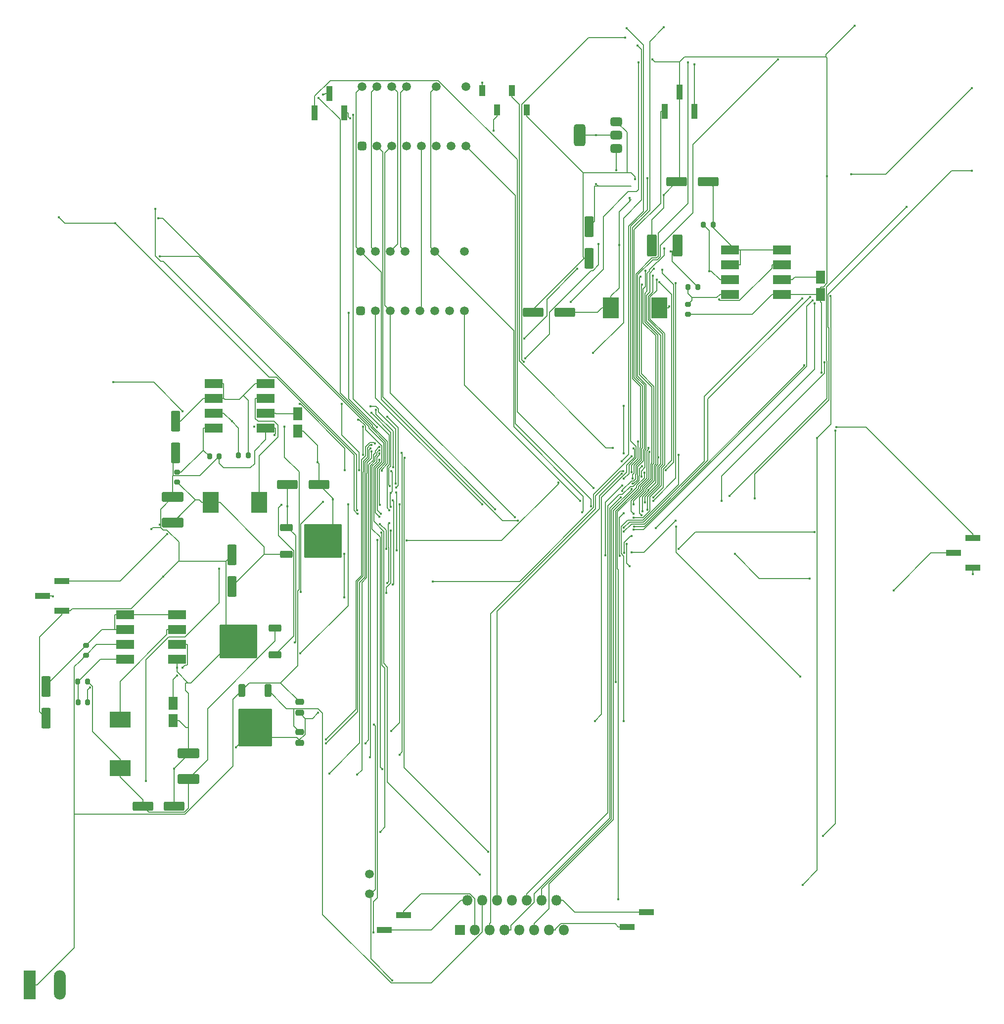
<source format=gbr>
%TF.GenerationSoftware,KiCad,Pcbnew,8.0.2*%
%TF.CreationDate,2025-02-12T15:49:00+05:00*%
%TF.ProjectId,kicad_pcb,6b696361-645f-4706-9362-2e6b69636164,rev?*%
%TF.SameCoordinates,Original*%
%TF.FileFunction,Copper,L2,Bot*%
%TF.FilePolarity,Positive*%
%FSLAX46Y46*%
G04 Gerber Fmt 4.6, Leading zero omitted, Abs format (unit mm)*
G04 Created by KiCad (PCBNEW 8.0.2) date 2025-02-12 15:49:00*
%MOMM*%
%LPD*%
G01*
G04 APERTURE LIST*
G04 Aperture macros list*
%AMRoundRect*
0 Rectangle with rounded corners*
0 $1 Rounding radius*
0 $2 $3 $4 $5 $6 $7 $8 $9 X,Y pos of 4 corners*
0 Add a 4 corners polygon primitive as box body*
4,1,4,$2,$3,$4,$5,$6,$7,$8,$9,$2,$3,0*
0 Add four circle primitives for the rounded corners*
1,1,$1+$1,$2,$3*
1,1,$1+$1,$4,$5*
1,1,$1+$1,$6,$7*
1,1,$1+$1,$8,$9*
0 Add four rect primitives between the rounded corners*
20,1,$1+$1,$2,$3,$4,$5,0*
20,1,$1+$1,$4,$5,$6,$7,0*
20,1,$1+$1,$6,$7,$8,$9,0*
20,1,$1+$1,$8,$9,$2,$3,0*%
G04 Aperture macros list end*
%TA.AperFunction,ComponentPad*%
%ADD10C,1.500000*%
%TD*%
%TA.AperFunction,ComponentPad*%
%ADD11RoundRect,0.375000X0.375000X-0.375000X0.375000X0.375000X-0.375000X0.375000X-0.375000X-0.375000X0*%
%TD*%
%TA.AperFunction,ComponentPad*%
%ADD12R,1.800000X1.800000*%
%TD*%
%TA.AperFunction,ComponentPad*%
%ADD13O,1.800000X1.800000*%
%TD*%
%TA.AperFunction,ComponentPad*%
%ADD14R,2.020000X5.020000*%
%TD*%
%TA.AperFunction,ComponentPad*%
%ADD15O,2.020000X5.020000*%
%TD*%
%TA.AperFunction,SMDPad,CuDef*%
%ADD16R,1.600000X2.200000*%
%TD*%
%TA.AperFunction,SMDPad,CuDef*%
%ADD17R,1.000000X2.510000*%
%TD*%
%TA.AperFunction,SMDPad,CuDef*%
%ADD18RoundRect,0.200000X0.200000X0.275000X-0.200000X0.275000X-0.200000X-0.275000X0.200000X-0.275000X0*%
%TD*%
%TA.AperFunction,SMDPad,CuDef*%
%ADD19RoundRect,0.250000X1.625000X-0.587500X1.625000X0.587500X-1.625000X0.587500X-1.625000X-0.587500X0*%
%TD*%
%TA.AperFunction,SMDPad,CuDef*%
%ADD20RoundRect,0.250000X-0.550000X1.500000X-0.550000X-1.500000X0.550000X-1.500000X0.550000X1.500000X0*%
%TD*%
%TA.AperFunction,SMDPad,CuDef*%
%ADD21RoundRect,0.375000X0.625000X0.375000X-0.625000X0.375000X-0.625000X-0.375000X0.625000X-0.375000X0*%
%TD*%
%TA.AperFunction,SMDPad,CuDef*%
%ADD22RoundRect,0.500000X0.500000X1.400000X-0.500000X1.400000X-0.500000X-1.400000X0.500000X-1.400000X0*%
%TD*%
%TA.AperFunction,SMDPad,CuDef*%
%ADD23R,2.510000X1.000000*%
%TD*%
%TA.AperFunction,SMDPad,CuDef*%
%ADD24R,2.700000X3.600000*%
%TD*%
%TA.AperFunction,SMDPad,CuDef*%
%ADD25RoundRect,0.250000X-1.500000X-0.550000X1.500000X-0.550000X1.500000X0.550000X-1.500000X0.550000X0*%
%TD*%
%TA.AperFunction,SMDPad,CuDef*%
%ADD26RoundRect,0.250000X1.500000X0.550000X-1.500000X0.550000X-1.500000X-0.550000X1.500000X-0.550000X0*%
%TD*%
%TA.AperFunction,SMDPad,CuDef*%
%ADD27R,1.000000X1.900000*%
%TD*%
%TA.AperFunction,SMDPad,CuDef*%
%ADD28RoundRect,0.200000X0.275000X-0.200000X0.275000X0.200000X-0.275000X0.200000X-0.275000X-0.200000X0*%
%TD*%
%TA.AperFunction,SMDPad,CuDef*%
%ADD29R,3.100000X1.600000*%
%TD*%
%TA.AperFunction,SMDPad,CuDef*%
%ADD30RoundRect,0.250000X0.850000X0.350000X-0.850000X0.350000X-0.850000X-0.350000X0.850000X-0.350000X0*%
%TD*%
%TA.AperFunction,SMDPad,CuDef*%
%ADD31RoundRect,0.250000X1.275000X1.125000X-1.275000X1.125000X-1.275000X-1.125000X1.275000X-1.125000X0*%
%TD*%
%TA.AperFunction,SMDPad,CuDef*%
%ADD32RoundRect,0.249997X2.950003X2.650003X-2.950003X2.650003X-2.950003X-2.650003X2.950003X-2.650003X0*%
%TD*%
%TA.AperFunction,SMDPad,CuDef*%
%ADD33RoundRect,0.250000X-0.475000X0.250000X-0.475000X-0.250000X0.475000X-0.250000X0.475000X0.250000X0*%
%TD*%
%TA.AperFunction,SMDPad,CuDef*%
%ADD34RoundRect,0.200000X-0.275000X0.200000X-0.275000X-0.200000X0.275000X-0.200000X0.275000X0.200000X0*%
%TD*%
%TA.AperFunction,SMDPad,CuDef*%
%ADD35RoundRect,0.250000X0.550000X-1.500000X0.550000X1.500000X-0.550000X1.500000X-0.550000X-1.500000X0*%
%TD*%
%TA.AperFunction,SMDPad,CuDef*%
%ADD36RoundRect,0.250000X-0.350000X0.850000X-0.350000X-0.850000X0.350000X-0.850000X0.350000X0.850000X0*%
%TD*%
%TA.AperFunction,SMDPad,CuDef*%
%ADD37RoundRect,0.250000X-1.125000X1.275000X-1.125000X-1.275000X1.125000X-1.275000X1.125000X1.275000X0*%
%TD*%
%TA.AperFunction,SMDPad,CuDef*%
%ADD38RoundRect,0.249997X-2.650003X2.950003X-2.650003X-2.950003X2.650003X-2.950003X2.650003X2.950003X0*%
%TD*%
%TA.AperFunction,SMDPad,CuDef*%
%ADD39RoundRect,0.250000X0.587500X1.625000X-0.587500X1.625000X-0.587500X-1.625000X0.587500X-1.625000X0*%
%TD*%
%TA.AperFunction,SMDPad,CuDef*%
%ADD40RoundRect,0.250000X-0.850000X-0.350000X0.850000X-0.350000X0.850000X0.350000X-0.850000X0.350000X0*%
%TD*%
%TA.AperFunction,SMDPad,CuDef*%
%ADD41RoundRect,0.250000X-1.275000X-1.125000X1.275000X-1.125000X1.275000X1.125000X-1.275000X1.125000X0*%
%TD*%
%TA.AperFunction,SMDPad,CuDef*%
%ADD42RoundRect,0.249997X-2.950003X-2.650003X2.950003X-2.650003X2.950003X2.650003X-2.950003X2.650003X0*%
%TD*%
%TA.AperFunction,SMDPad,CuDef*%
%ADD43R,3.600000X2.700000*%
%TD*%
%TA.AperFunction,ViaPad*%
%ADD44C,0.450000*%
%TD*%
%TA.AperFunction,Conductor*%
%ADD45C,0.200000*%
%TD*%
G04 APERTURE END LIST*
D10*
%TO.P,R36,1*%
%TO.N,Y73*%
X123698000Y-165432000D03*
%TO.P,R36,2*%
%TO.N,3V3*%
X123698000Y-168832000D03*
%TD*%
D11*
%TO.P,7_SEG1,1,CA1*%
%TO.N,Y25*%
X122428000Y-40861500D03*
D10*
%TO.P,7_SEG1,2,CA2*%
%TO.N,Y26*%
X124968000Y-40861500D03*
%TO.P,7_SEG1,3,D*%
%TO.N,Y18*%
X127508000Y-40861500D03*
%TO.P,7_SEG1,4,CAL*%
%TO.N,unconnected-(7_SEG1-CAL-Pad4)*%
X130048000Y-40861500D03*
%TO.P,7_SEG1,5,E*%
%TO.N,Y19*%
X132588000Y-40861500D03*
%TO.P,7_SEG1,6,CA3*%
%TO.N,Y27*%
X135128000Y-40861500D03*
%TO.P,7_SEG1,7,DP*%
%TO.N,unconnected-(7_SEG1-DP-Pad7)*%
X137668000Y-40861500D03*
%TO.P,7_SEG1,8,CA4*%
%TO.N,Y28*%
X140208000Y-40861500D03*
%TO.P,7_SEG1,9,NC*%
%TO.N,unconnected-(7_SEG1-NC-Pad9)*%
X140208000Y-30701500D03*
%TO.P,7_SEG1,11,F*%
%TO.N,Y20*%
X135128000Y-30701500D03*
%TO.P,7_SEG1,13,C*%
%TO.N,Y17*%
X130048000Y-30701500D03*
%TO.P,7_SEG1,14,A*%
%TO.N,Y15*%
X127508000Y-30701500D03*
%TO.P,7_SEG1,15,G*%
%TO.N,Y21*%
X124968000Y-30701500D03*
%TO.P,7_SEG1,16,B*%
%TO.N,Y16*%
X122428000Y-30701500D03*
%TD*%
D12*
%TO.P,U1,1,SENSE_A*%
%TO.N,unconnected-(U1-SENSE_A-Pad1)*%
X139187000Y-175023000D03*
D13*
%TO.P,U1,2,OUT1*%
%TO.N,Net-(LEFT_MOTOR1-Pin_2)*%
X140457000Y-169943000D03*
%TO.P,U1,3,OUT2*%
%TO.N,Net-(LEFT_MOTOR1-Pin_1)*%
X141727000Y-175023000D03*
%TO.P,U1,4,Vs*%
%TO.N,12V*%
X142997000Y-169943000D03*
%TO.P,U1,5,IN1*%
%TO.N,Y60*%
X144267000Y-175023000D03*
%TO.P,U1,6,EnA*%
%TO.N,Y62*%
X145537000Y-169943000D03*
%TO.P,U1,7,IN2*%
%TO.N,Y36*%
X146807000Y-175023000D03*
%TO.P,U1,8,GND*%
%TO.N,GND*%
X148077000Y-169943000D03*
%TO.P,U1,9,Vss*%
%TO.N,unconnected-(U1-Vss-Pad9)*%
X149347000Y-175023000D03*
%TO.P,U1,10,IN3*%
%TO.N,Y63*%
X150617000Y-169943000D03*
%TO.P,U1,11,EnB*%
%TO.N,Y65*%
X151887000Y-175023000D03*
%TO.P,U1,12,IN4*%
%TO.N,Y42*%
X153157000Y-169943000D03*
%TO.P,U1,13,OUT3*%
%TO.N,Net-(RIGHT_MOTOR1-Pin_2)*%
X154427000Y-175023000D03*
%TO.P,U1,14,OUT4*%
%TO.N,Net-(RIGHT_MOTOR1-Pin_1)*%
X155697000Y-169943000D03*
%TO.P,U1,15,SENSE_B*%
%TO.N,unconnected-(U1-SENSE_B-Pad15)*%
X156967000Y-175023000D03*
%TD*%
D14*
%TO.P,J10,1*%
%TO.N,/Power/VIN_IP*%
X65538000Y-184404000D03*
D15*
%TO.P,J10,2*%
%TO.N,GND*%
X70718000Y-184404000D03*
%TD*%
D11*
%TO.P,7_SEG2,1,CA1*%
%TO.N,Y29*%
X122174000Y-69088000D03*
D10*
%TO.P,7_SEG2,2,CA2*%
%TO.N,Y30*%
X124714000Y-69088000D03*
%TO.P,7_SEG2,3,D*%
%TO.N,Y18*%
X127254000Y-69088000D03*
%TO.P,7_SEG2,4,CAL*%
%TO.N,unconnected-(7_SEG2-CAL-Pad4)*%
X129794000Y-69088000D03*
%TO.P,7_SEG2,5,E*%
%TO.N,Y19*%
X132334000Y-69088000D03*
%TO.P,7_SEG2,6,CA3*%
%TO.N,Y31*%
X134874000Y-69088000D03*
%TO.P,7_SEG2,7,DP*%
%TO.N,unconnected-(7_SEG2-DP-Pad7)*%
X137414000Y-69088000D03*
%TO.P,7_SEG2,8,CA4*%
%TO.N,Y32*%
X139954000Y-69088000D03*
%TO.P,7_SEG2,9,NC*%
%TO.N,unconnected-(7_SEG2-NC-Pad9)*%
X139954000Y-58928000D03*
%TO.P,7_SEG2,11,F*%
%TO.N,Y20*%
X134874000Y-58928000D03*
%TO.P,7_SEG2,13,C*%
%TO.N,Y17*%
X129794000Y-58928000D03*
%TO.P,7_SEG2,14,A*%
%TO.N,Y15*%
X127254000Y-58928000D03*
%TO.P,7_SEG2,15,G*%
%TO.N,Y21*%
X124714000Y-58928000D03*
%TO.P,7_SEG2,16,B*%
%TO.N,Y16*%
X122174000Y-58928000D03*
%TD*%
D16*
%TO.P,C10,1*%
%TO.N,Net-(U15-TC)*%
X200860000Y-63284000D03*
%TO.P,C10,2*%
%TO.N,GND*%
X200860000Y-66284000D03*
%TD*%
D17*
%TO.P,LEFT_IR_SENSOR1,1,Pin_1*%
%TO.N,3V3*%
X119380000Y-35183000D03*
%TO.P,LEFT_IR_SENSOR1,2,Pin_2*%
%TO.N,GND*%
X116840000Y-31873000D03*
%TO.P,LEFT_IR_SENSOR1,3,Pin_3*%
%TO.N,Y38*%
X114300000Y-35183000D03*
%TD*%
D18*
%TO.P,R6,1*%
%TO.N,Net-(U15-DC)*%
X182498000Y-54356000D03*
%TO.P,R6,2*%
%TO.N,/Power/VIN_IP*%
X180848000Y-54356000D03*
%TD*%
D19*
%TO.P,D4,1,K*%
%TO.N,Net-(D4-K)*%
X92657000Y-149146000D03*
%TO.P,D4,2,A*%
%TO.N,GND*%
X92657000Y-144771000D03*
%TD*%
D20*
%TO.P,C15,1*%
%TO.N,1V8*%
X161290000Y-54704000D03*
%TO.P,C15,2*%
%TO.N,GND*%
X161290000Y-60104000D03*
%TD*%
D18*
%TO.P,R8,1*%
%TO.N,Net-(D3-K)*%
X179895000Y-65024000D03*
%TO.P,R8,2*%
%TO.N,Net-(U15-Vfb)*%
X178245000Y-65024000D03*
%TD*%
D21*
%TO.P,U23,1,GND*%
%TO.N,GND*%
X165950000Y-36700000D03*
%TO.P,U23,2,VO*%
%TO.N,1V8*%
X165950000Y-39000000D03*
D22*
X159650000Y-39000000D03*
D21*
%TO.P,U23,3,VI*%
%TO.N,Net-(D3-K)*%
X165950000Y-41300000D03*
%TD*%
D23*
%TO.P,LEFT_SERVO1,1,Pin_1*%
%TO.N,VDD*%
X70997000Y-115316000D03*
%TO.P,LEFT_SERVO1,2,Pin_2*%
%TO.N,Y61*%
X67687000Y-117856000D03*
%TO.P,LEFT_SERVO1,3,Pin_3*%
%TO.N,GND*%
X70997000Y-120396000D03*
%TD*%
D24*
%TO.P,L1,1,1*%
%TO.N,Net-(U5-SwE)*%
X104828000Y-101854000D03*
%TO.P,L1,2,2*%
%TO.N,Net-(D1-K)*%
X96528000Y-101854000D03*
%TD*%
D25*
%TO.P,C19,1*%
%TO.N,Net-(D4-K)*%
X84877000Y-153816500D03*
%TO.P,C19,2*%
%TO.N,GND*%
X90277000Y-153816500D03*
%TD*%
D20*
%TO.P,C7,1*%
%TO.N,Net-(U5-DC)*%
X90518000Y-87978000D03*
%TO.P,C7,2*%
%TO.N,GND*%
X90518000Y-93378000D03*
%TD*%
D18*
%TO.P,R4,1*%
%TO.N,GND*%
X97947000Y-93980000D03*
%TO.P,R4,2*%
%TO.N,Net-(U5-Vfb)*%
X96297000Y-93980000D03*
%TD*%
D26*
%TO.P,C11,1*%
%TO.N,Net-(U15-DC)*%
X181676000Y-46990000D03*
%TO.P,C11,2*%
%TO.N,GND*%
X176276000Y-46990000D03*
%TD*%
D16*
%TO.P,C16,1*%
%TO.N,Net-(U4-TC)*%
X90100000Y-136200000D03*
%TO.P,C16,2*%
%TO.N,GND*%
X90100000Y-139200000D03*
%TD*%
D27*
%TO.P,DIST_SENSOR1,1,Pin_1*%
%TO.N,3V3*%
X143002000Y-31370000D03*
%TO.P,DIST_SENSOR1,2,Pin_2*%
%TO.N,Y59*%
X145542000Y-34670000D03*
%TO.P,DIST_SENSOR1,3,Pin_3*%
%TO.N,Y76*%
X148082000Y-31370000D03*
%TO.P,DIST_SENSOR1,4,Pin_4*%
%TO.N,GND*%
X150622000Y-34670000D03*
%TD*%
D20*
%TO.P,C18,1*%
%TO.N,Net-(U4-DC)*%
X68273000Y-133336500D03*
%TO.P,C18,2*%
%TO.N,GND*%
X68273000Y-138736500D03*
%TD*%
D18*
%TO.P,R11,1*%
%TO.N,Net-(D4-K)*%
X75385000Y-132480500D03*
%TO.P,R11,2*%
%TO.N,Net-(U4-Vfb)*%
X73735000Y-132480500D03*
%TD*%
D28*
%TO.P,R5,1*%
%TO.N,Net-(D1-K)*%
X90772000Y-98361000D03*
%TO.P,R5,2*%
%TO.N,Net-(U5-Vfb)*%
X90772000Y-96711000D03*
%TD*%
D29*
%TO.P,U15,1,SwC*%
%TO.N,Net-(U15-DC)*%
X194310000Y-58674000D03*
%TO.P,U15,2,SwE*%
%TO.N,Net-(U15-SwE)*%
X194310000Y-61214000D03*
%TO.P,U15,3,TC*%
%TO.N,Net-(U15-TC)*%
X194310000Y-63754000D03*
%TO.P,U15,4,GND*%
%TO.N,GND*%
X194310000Y-66294000D03*
%TO.P,U15,5,Vfb*%
%TO.N,Net-(U15-Vfb)*%
X185420000Y-66294000D03*
%TO.P,U15,6,Vin*%
%TO.N,/Power/VIN_IP*%
X185420000Y-63754000D03*
%TO.P,U15,7,Ipk*%
%TO.N,Net-(U15-DC)*%
X185420000Y-61214000D03*
%TO.P,U15,8,DC*%
X185420000Y-58674000D03*
%TD*%
D23*
%TO.P,RIGHT_MOTOR1,1,Pin_1*%
%TO.N,Net-(RIGHT_MOTOR1-Pin_1)*%
X171073000Y-171958000D03*
%TO.P,RIGHT_MOTOR1,2,Pin_2*%
%TO.N,Net-(RIGHT_MOTOR1-Pin_2)*%
X167763000Y-174498000D03*
%TD*%
D26*
%TO.P,C13,1*%
%TO.N,Net-(D3-K)*%
X157132000Y-69342000D03*
%TO.P,C13,2*%
%TO.N,GND*%
X151732000Y-69342000D03*
%TD*%
D23*
%TO.P,LEFT_MOTOR1,1,Pin_1*%
%TO.N,Net-(LEFT_MOTOR1-Pin_1)*%
X129540000Y-172466000D03*
%TO.P,LEFT_MOTOR1,2,Pin_2*%
%TO.N,Net-(LEFT_MOTOR1-Pin_2)*%
X126230000Y-175006000D03*
%TD*%
D28*
%TO.P,R7,1*%
%TO.N,GND*%
X178245000Y-69659000D03*
%TO.P,R7,2*%
%TO.N,Net-(U15-Vfb)*%
X178245000Y-68009000D03*
%TD*%
D17*
%TO.P,RIGHT_IR_SENSOR1,1,Pin_1*%
%TO.N,3V3*%
X179324000Y-34929000D03*
%TO.P,RIGHT_IR_SENSOR1,2,Pin_2*%
%TO.N,GND*%
X176784000Y-31619000D03*
%TO.P,RIGHT_IR_SENSOR1,3,Pin_3*%
%TO.N,Y40*%
X174244000Y-34929000D03*
%TD*%
D18*
%TO.P,R10,1*%
%TO.N,GND*%
X75448000Y-136036500D03*
%TO.P,R10,2*%
%TO.N,Net-(U4-Vfb)*%
X73798000Y-136036500D03*
%TD*%
D30*
%TO.P,U24,1,IN*%
%TO.N,Net-(D4-K)*%
X107525000Y-123345000D03*
D31*
%TO.P,U24,2,GND*%
%TO.N,GND*%
X102900000Y-127150000D03*
X102900000Y-124100000D03*
D32*
X101225000Y-125625000D03*
D31*
X99550000Y-127150000D03*
X99550000Y-124100000D03*
D30*
%TO.P,U24,3,OUT*%
%TO.N,VDD*%
X107525000Y-127905000D03*
%TD*%
D16*
%TO.P,C4,1*%
%TO.N,Net-(U5-TC)*%
X111370000Y-86662000D03*
%TO.P,C4,2*%
%TO.N,GND*%
X111370000Y-89662000D03*
%TD*%
D18*
%TO.P,R2,1*%
%TO.N,Net-(U5-DC)*%
X102925000Y-93800000D03*
%TO.P,R2,2*%
%TO.N,/Power/VIN_IP*%
X101275000Y-93800000D03*
%TD*%
D29*
%TO.P,U4,1,SwC*%
%TO.N,Net-(U4-DC)*%
X90742000Y-121060500D03*
%TO.P,U4,2,SwE*%
%TO.N,Net-(U4-SwE)*%
X90742000Y-123600500D03*
%TO.P,U4,3,TC*%
%TO.N,Net-(U4-TC)*%
X90742000Y-126140500D03*
%TO.P,U4,4,GND*%
%TO.N,GND*%
X90742000Y-128680500D03*
%TO.P,U4,5,Vfb*%
%TO.N,Net-(U4-Vfb)*%
X81852000Y-128680500D03*
%TO.P,U4,6,Vin*%
%TO.N,/Power/VIN_IP*%
X81852000Y-126140500D03*
%TO.P,U4,7,Ipk*%
%TO.N,Net-(U4-DC)*%
X81852000Y-123600500D03*
%TO.P,U4,8,DC*%
X81852000Y-121060500D03*
%TD*%
D33*
%TO.P,C2,1*%
%TO.N,/Power/VIN_IP*%
X111704500Y-135968500D03*
%TO.P,C2,2*%
%TO.N,GND*%
X111704500Y-137868500D03*
%TD*%
D24*
%TO.P,L2,1,1*%
%TO.N,Net-(U15-SwE)*%
X173314000Y-68580000D03*
%TO.P,L2,2,2*%
%TO.N,Net-(D3-K)*%
X165014000Y-68580000D03*
%TD*%
D34*
%TO.P,R9,1*%
%TO.N,Net-(U4-DC)*%
X75131000Y-126321500D03*
%TO.P,R9,2*%
%TO.N,/Power/VIN_IP*%
X75131000Y-127971500D03*
%TD*%
D23*
%TO.P,RIGHT_SERVO1,1,Pin_1*%
%TO.N,VDD*%
X226953000Y-107950000D03*
%TO.P,RIGHT_SERVO1,2,Pin_2*%
%TO.N,Y67*%
X223643000Y-110490000D03*
%TO.P,RIGHT_SERVO1,3,Pin_3*%
%TO.N,GND*%
X226953000Y-113030000D03*
%TD*%
D35*
%TO.P,C8,1*%
%TO.N,Net-(D1-K)*%
X100170000Y-116238000D03*
%TO.P,C8,2*%
%TO.N,GND*%
X100170000Y-110838000D03*
%TD*%
D36*
%TO.P,U3,1,IN*%
%TO.N,/Power/VIN_IP*%
X101807000Y-134054500D03*
D37*
%TO.P,U3,2,GND*%
%TO.N,GND*%
X105612000Y-138679500D03*
X102562000Y-138679500D03*
D38*
X104087000Y-140354500D03*
D37*
X105612000Y-142029500D03*
X102562000Y-142029500D03*
D36*
%TO.P,U3,3,OUT*%
%TO.N,12V*%
X106367000Y-134054500D03*
%TD*%
D25*
%TO.P,C9,1*%
%TO.N,3V3*%
X109662000Y-98806000D03*
%TO.P,C9,2*%
%TO.N,GND*%
X115062000Y-98806000D03*
%TD*%
D39*
%TO.P,D3,1,K*%
%TO.N,Net-(D3-K)*%
X176431500Y-57912000D03*
%TO.P,D3,2,A*%
%TO.N,GND*%
X172056500Y-57912000D03*
%TD*%
D29*
%TO.P,U5,1,SwC*%
%TO.N,Net-(U5-DC)*%
X105885000Y-81534000D03*
%TO.P,U5,2,SwE*%
%TO.N,Net-(U5-SwE)*%
X105885000Y-84074000D03*
%TO.P,U5,3,TC*%
%TO.N,Net-(U5-TC)*%
X105885000Y-86614000D03*
%TO.P,U5,4,GND*%
%TO.N,GND*%
X105885000Y-89154000D03*
%TO.P,U5,5,Vfb*%
%TO.N,Net-(U5-Vfb)*%
X96995000Y-89154000D03*
%TO.P,U5,6,Vin*%
%TO.N,/Power/VIN_IP*%
X96995000Y-86614000D03*
%TO.P,U5,7,Ipk*%
%TO.N,Net-(U5-DC)*%
X96995000Y-84074000D03*
%TO.P,U5,8,DC*%
X96995000Y-81534000D03*
%TD*%
D40*
%TO.P,U2,1,VI*%
%TO.N,Net-(D1-K)*%
X109432000Y-110735500D03*
D41*
%TO.P,U2,2,GND*%
%TO.N,GND*%
X114057000Y-106930500D03*
X114057000Y-109980500D03*
D42*
X115732000Y-108455500D03*
D41*
X117407000Y-106930500D03*
X117407000Y-109980500D03*
D40*
%TO.P,U2,3,VO*%
%TO.N,3V3*%
X109432000Y-106175500D03*
%TD*%
D19*
%TO.P,D1,1,K*%
%TO.N,Net-(D1-K)*%
X90010000Y-105311500D03*
%TO.P,D1,2,A*%
%TO.N,GND*%
X90010000Y-100936500D03*
%TD*%
D43*
%TO.P,L3,1,1*%
%TO.N,Net-(U4-SwE)*%
X80973000Y-138998500D03*
%TO.P,L3,2,2*%
%TO.N,Net-(D4-K)*%
X80973000Y-147298500D03*
%TD*%
D33*
%TO.P,C3,1*%
%TO.N,12V*%
X111704500Y-141114500D03*
%TO.P,C3,2*%
%TO.N,GND*%
X111704500Y-143014500D03*
%TD*%
D44*
%TO.N,X13_BLE_TXD*%
X125371000Y-94537900D03*
X142527000Y-165494000D03*
%TO.N,X12_BLE_RXD*%
X143993000Y-161624000D03*
X129731000Y-94257300D03*
%TO.N,Y38*%
X162036000Y-99383800D03*
%TO.N,3V3*%
X120338000Y-36140800D03*
X143002000Y-30079200D03*
X124456000Y-139836000D03*
X127608000Y-183649000D03*
X109662000Y-102491000D03*
X173119000Y-94181200D03*
X170394000Y-103376000D03*
X174141000Y-58402200D03*
X179324000Y-26908000D03*
X110931000Y-125818000D03*
X171410000Y-99751300D03*
%TO.N,GND*%
X114906000Y-137833000D03*
X127445000Y-96528300D03*
X88340000Y-114549000D03*
X90742000Y-130154000D03*
X100844000Y-143747000D03*
X115682000Y-32091400D03*
X169168000Y-46530600D03*
X226953000Y-114156000D03*
X201025000Y-79693000D03*
X75879200Y-133524000D03*
X202028000Y-46010000D03*
X206740000Y-20329700D03*
X127355000Y-100222000D03*
X127362000Y-102612000D03*
X172106000Y-26098800D03*
X114809000Y-94981000D03*
X107393000Y-90346400D03*
X86349500Y-106426000D03*
X90277000Y-147357000D03*
X117407000Y-101331000D03*
X87807200Y-105669000D03*
X174045000Y-49245500D03*
%TO.N,X44*%
X203450000Y-89576200D03*
X201321000Y-158918000D03*
%TO.N,X46*%
X200309000Y-90830500D03*
X202632000Y-66515800D03*
X197823000Y-167265000D03*
%TO.N,Y40*%
X166987000Y-99884300D03*
%TO.N,Y36*%
X166673000Y-100964000D03*
%TO.N,Y42*%
X168551000Y-99530700D03*
%TO.N,VDD*%
X89070000Y-107257000D03*
X203569000Y-88948500D03*
X108581000Y-102298000D03*
%TO.N,/Power/VIN_IP*%
X100166000Y-87999600D03*
X181854000Y-62301700D03*
X103974000Y-88884600D03*
X109139000Y-88923900D03*
%TO.N,Net-(D3-K)*%
X165950000Y-45022200D03*
X166438000Y-57819000D03*
X175252000Y-58877900D03*
X168179800Y-49759500D03*
%TO.N,1V8*%
X162477500Y-39000000D03*
X162477500Y-47375900D03*
%TO.N,Net-(U4-TC)*%
X91672200Y-130154000D03*
X90724500Y-131499000D03*
%TO.N,Net-(U15-SwE)*%
X183537000Y-67174900D03*
X175014000Y-68288200D03*
%TO.N,X60*%
X125628000Y-103774000D03*
X87767300Y-59754300D03*
%TO.N,X15_WLAN_TXD*%
X159260000Y-61916400D03*
X150202000Y-73812700D03*
%TO.N,X2*%
X116199000Y-142409000D03*
X124580000Y-91733800D03*
%TO.N,X77*%
X155991000Y-98424600D03*
X130017000Y-108390000D03*
%TO.N,X78*%
X199065000Y-114860000D03*
X186226000Y-110654000D03*
%TO.N,X1*%
X124035000Y-92039900D03*
X116244000Y-143068000D03*
%TO.N,X14_WLAN_RXD*%
X150322000Y-77190200D03*
X162878000Y-57678500D03*
%TO.N,X52*%
X128838000Y-102222000D03*
X127408000Y-140946000D03*
%TO.N,X66*%
X126532000Y-109823000D03*
X125490000Y-105554000D03*
%TO.N,X4*%
X122962000Y-143068000D03*
X125377000Y-92402400D03*
%TO.N,X75*%
X176062000Y-104940000D03*
X168540000Y-110358000D03*
%TO.N,X79*%
X125051000Y-108278000D03*
X124386000Y-175420000D03*
%TO.N,X8*%
X128808000Y-144996000D03*
X129172000Y-93359300D03*
%TO.N,X25*%
X120124000Y-69439500D03*
X124925000Y-88960500D03*
%TO.N,X17*%
X122564000Y-88920800D03*
X122556000Y-93701000D03*
%TO.N,X76*%
X199866000Y-106899000D03*
X176591000Y-109772000D03*
%TO.N,X72*%
X125531000Y-158206000D03*
X125683000Y-106970000D03*
%TO.N,X6*%
X123745000Y-145456000D03*
X125394000Y-92954200D03*
%TO.N,X7*%
X125394000Y-93506000D03*
X125851000Y-147519000D03*
%TO.N,X5*%
X124038000Y-93143500D03*
X121557000Y-148453000D03*
%TO.N,X34*%
X123842000Y-85400400D03*
X128154000Y-98651800D03*
%TO.N,X33*%
X121896000Y-96330900D03*
X118982000Y-84973700D03*
%TO.N,X38*%
X126752000Y-87239000D03*
X128261000Y-99280100D03*
%TO.N,X71*%
X97924500Y-113231000D03*
X85380600Y-149519000D03*
%TO.N,X59*%
X70494200Y-53062700D03*
X80134000Y-54135600D03*
X121637000Y-103798000D03*
%TO.N,X11*%
X169768000Y-26550900D03*
X158171000Y-67548400D03*
%TO.N,X70*%
X126600000Y-117341000D03*
X127343000Y-106663000D03*
%TO.N,X26*%
X124810000Y-86026000D03*
X127709000Y-95869700D03*
%TO.N,X68*%
X127085000Y-105371000D03*
X126693000Y-115630000D03*
%TO.N,X36*%
X124024000Y-86555700D03*
X127165000Y-99022000D03*
%TO.N,X50*%
X127689000Y-101510000D03*
X127685000Y-115929000D03*
%TO.N,X18*%
X206171000Y-45744000D03*
X226840000Y-30988000D03*
%TO.N,X56*%
X127090000Y-103165000D03*
X120885000Y-35572900D03*
%TO.N,X57*%
X87008500Y-51621800D03*
X121550000Y-103160000D03*
%TO.N,X3*%
X116792000Y-148205000D03*
X123865000Y-92591700D03*
%TO.N,X58*%
X87489200Y-53228200D03*
X125451000Y-102293000D03*
%TO.N,X24*%
X125766000Y-96419200D03*
X114998000Y-32661800D03*
%TO.N,X40*%
X128265000Y-100146000D03*
X128361000Y-110070000D03*
%TO.N,X62*%
X121703000Y-87695500D03*
X125401000Y-104333000D03*
X79812900Y-81304700D03*
X91711700Y-86260500D03*
%TO.N,X35*%
X119474000Y-96334700D03*
X111706000Y-85010000D03*
%TO.N,X10*%
X167482000Y-22342800D03*
X150056000Y-77809700D03*
%TO.N,X49*%
X115707000Y-101763000D03*
X111919000Y-117159000D03*
%TO.N,X9*%
X169600000Y-23679600D03*
X161960000Y-76276900D03*
%TO.N,X51*%
X111828000Y-127672000D03*
X119999000Y-102222000D03*
%TO.N,X69*%
X119363000Y-110614000D03*
X119363000Y-118120000D03*
%TO.N,Y26*%
X145201000Y-103048000D03*
%TO.N,Y50*%
X168703000Y-98648600D03*
X178229000Y-26540500D03*
%TO.N,Y15*%
X171248000Y-103119000D03*
X172157000Y-63055800D03*
%TO.N,Y73*%
X176584000Y-93740500D03*
X167218000Y-139309000D03*
%TO.N,Y32*%
X159771000Y-101611000D03*
%TO.N,Y13*%
X176140000Y-105984000D03*
X197415000Y-131653000D03*
%TO.N,Y6*%
X199108000Y-66696700D03*
X167234000Y-106858000D03*
%TO.N,Y65*%
X170728000Y-96739600D03*
%TO.N,Y30*%
X142993000Y-102222000D03*
%TO.N,Y16*%
X149073000Y-104980000D03*
%TO.N,Y8*%
X168911000Y-106537000D03*
X199561000Y-67270300D03*
%TO.N,Y51*%
X170261000Y-97479400D03*
X193633000Y-26107100D03*
%TO.N,Y21*%
X168900000Y-103822000D03*
X170042000Y-63232200D03*
%TO.N,Y27*%
X170829000Y-101884000D03*
X172404000Y-61924400D03*
%TO.N,Y74*%
X167163000Y-93452000D03*
X167163000Y-85370300D03*
%TO.N,Y29*%
X170365000Y-64608200D03*
X168882000Y-102222000D03*
%TO.N,Y10*%
X197793000Y-66976400D03*
X167226000Y-106181000D03*
%TO.N,Y75*%
X171588000Y-93249700D03*
X166301000Y-169773000D03*
%TO.N,Y48*%
X167715000Y-20722400D03*
X166893000Y-94822700D03*
%TO.N,Y28*%
X161641000Y-102540000D03*
%TO.N,Y79*%
X165875000Y-132617000D03*
X171457000Y-92514000D03*
%TO.N,Y77*%
X162260000Y-139255000D03*
X168924000Y-92622000D03*
%TO.N,Y63*%
X170309000Y-95643000D03*
%TO.N,Y9*%
X172702000Y-106222000D03*
X199885000Y-67837400D03*
%TO.N,Y67*%
X213388000Y-116894000D03*
%TO.N,Y11*%
X183936000Y-101592000D03*
X201610000Y-77852600D03*
%TO.N,Y31*%
X172240000Y-100982000D03*
X173316000Y-64156400D03*
%TO.N,Y76*%
X165370000Y-92550900D03*
%TO.N,Y20*%
X160122000Y-103498000D03*
%TO.N,Y59*%
X144926000Y-38222900D03*
X173834000Y-62043100D03*
X174358000Y-96335700D03*
%TO.N,Y49*%
X168751000Y-97747200D03*
X174096000Y-20583700D03*
%TO.N,Y5*%
X189654000Y-101156000D03*
X226840000Y-45150500D03*
%TO.N,Y46*%
X166953000Y-98995500D03*
X164078000Y-110908000D03*
%TO.N,Y12*%
X198098000Y-78386400D03*
X168937000Y-105973000D03*
%TO.N,Y17*%
X170263000Y-104056000D03*
X170917000Y-62243200D03*
%TO.N,Y60*%
X167124000Y-96479000D03*
%TO.N,Y52*%
X167221000Y-97822000D03*
X171249000Y-46404300D03*
%TO.N,Y2*%
X168555000Y-107580000D03*
X167278000Y-110461000D03*
%TO.N,Y54*%
X168558000Y-96680600D03*
X169653000Y-91424200D03*
%TO.N,Y62*%
X166826000Y-96960800D03*
%TO.N,Y7*%
X215641000Y-51308000D03*
X185344000Y-100787000D03*
%TO.N,Y25*%
X176125000Y-64344800D03*
X172301000Y-101553000D03*
%TO.N,Y61*%
X134525000Y-115386000D03*
X69532700Y-117916000D03*
X168587000Y-93935500D03*
%TO.N,Y19*%
X168932000Y-104502000D03*
X172842000Y-63729700D03*
%TO.N,Y18*%
X148574000Y-104423000D03*
%TO.N,Y14*%
X168256000Y-112810000D03*
X167737000Y-108971000D03*
%TO.N,Y22*%
X167217000Y-103749000D03*
X166564000Y-111004000D03*
%TD*%
D45*
%TO.N,X13_BLE_TXD*%
X126733000Y-149700000D02*
X142527000Y-165494000D01*
X125371000Y-94921300D02*
X124434000Y-95858200D01*
X124434000Y-97381900D02*
X124417000Y-97399800D01*
X124417000Y-97399800D02*
X124417000Y-105084000D01*
X124434000Y-95858200D02*
X124434000Y-97381900D01*
X126733000Y-130017000D02*
X126733000Y-149700000D01*
X126169000Y-107144000D02*
X126105000Y-107207000D01*
X126105000Y-107207000D02*
X126105000Y-129390000D01*
X126169000Y-106836000D02*
X126169000Y-107144000D01*
X126105000Y-129390000D02*
X126733000Y-130017000D01*
X124417000Y-105084000D02*
X126169000Y-106836000D01*
X125371000Y-94537900D02*
X125371000Y-94921300D01*
%TO.N,Net-(LEFT_MOTOR1-Pin_1)*%
X140903000Y-168831000D02*
X141727000Y-169655000D01*
X129540000Y-171764000D02*
X132473000Y-168831000D01*
X132473000Y-168831000D02*
X140903000Y-168831000D01*
X141727000Y-169655000D02*
X141727000Y-175023000D01*
X129540000Y-172466000D02*
X129540000Y-171764000D01*
%TO.N,Net-(LEFT_MOTOR1-Pin_2)*%
X140457000Y-169943000D02*
X139355000Y-169943000D01*
X139355000Y-169943000D02*
X134292000Y-175006000D01*
X134292000Y-175006000D02*
X126230000Y-175006000D01*
%TO.N,Net-(RIGHT_MOTOR1-Pin_1)*%
X158814000Y-171958000D02*
X171073000Y-171958000D01*
X155697000Y-169943000D02*
X156799000Y-169943000D01*
X156799000Y-169943000D02*
X158814000Y-171958000D01*
%TO.N,Net-(RIGHT_MOTOR1-Pin_2)*%
X155529000Y-174795000D02*
X156408000Y-173916000D01*
X166306000Y-174498000D02*
X167763000Y-174498000D01*
X155529000Y-175023000D02*
X155529000Y-174795000D01*
X165724000Y-173916000D02*
X166306000Y-174498000D01*
X154427000Y-175023000D02*
X155529000Y-175023000D01*
X156408000Y-173916000D02*
X165724000Y-173916000D01*
%TO.N,X12_BLE_RXD*%
X129590000Y-147222000D02*
X143993000Y-161624000D01*
X129731000Y-94257300D02*
X129590000Y-94398600D01*
X129590000Y-94398600D02*
X129590000Y-147222000D01*
%TO.N,Y38*%
X114300000Y-32367600D02*
X114300000Y-35183000D01*
X162036000Y-99383800D02*
X148996000Y-86343800D01*
X148996000Y-43213600D02*
X135479000Y-29695900D01*
X148996000Y-86343800D02*
X148996000Y-43213600D01*
X135479000Y-29695900D02*
X116972000Y-29695900D01*
X116972000Y-29695900D02*
X114300000Y-32367600D01*
%TO.N,3V3*%
X143002000Y-30079200D02*
X143002000Y-31370000D01*
X170816000Y-66099500D02*
X170816000Y-71014700D01*
X110931000Y-125818000D02*
X111036000Y-125713000D01*
X171571000Y-62306500D02*
X171219000Y-62658500D01*
X123698000Y-168832000D02*
X123905000Y-168832000D01*
X171571000Y-62091000D02*
X171571000Y-62306500D01*
X171410000Y-99928300D02*
X170394000Y-100945000D01*
X173018000Y-95366100D02*
X172725000Y-95659500D01*
X170394000Y-100945000D02*
X170394000Y-103376000D01*
X173018000Y-73216800D02*
X173018000Y-94181200D01*
X109662000Y-106176000D02*
X109662000Y-102491000D01*
X172725000Y-95659500D02*
X172725000Y-98437000D01*
X124707000Y-140087000D02*
X124707000Y-168030000D01*
X171410000Y-99751300D02*
X171410000Y-99928300D01*
X173053000Y-60722500D02*
X172940000Y-60722500D01*
X109432500Y-106176000D02*
X109432000Y-106175500D01*
X120082000Y-35183000D02*
X120082000Y-35884700D01*
X124707000Y-168030000D02*
X123905000Y-168832000D01*
X174141000Y-59634100D02*
X173053000Y-60722500D01*
X111036000Y-107550000D02*
X109662000Y-106176000D01*
X123905000Y-168832000D02*
X123905000Y-179946000D01*
X170816000Y-71014700D02*
X173018000Y-73216800D01*
X124456000Y-139836000D02*
X124707000Y-140087000D01*
X173018000Y-94181200D02*
X173018000Y-95366100D01*
X172940000Y-60722500D02*
X171571000Y-62091000D01*
X109662000Y-102491000D02*
X109662000Y-98806000D01*
X173018000Y-94181200D02*
X173119000Y-94181200D01*
X109662000Y-106176000D02*
X109432500Y-106176000D01*
X119380000Y-35183000D02*
X120082000Y-35183000D01*
X171219000Y-65696200D02*
X170816000Y-66099500D01*
X109432500Y-106176000D02*
X109432000Y-106176000D01*
X123905000Y-179946000D02*
X127608000Y-183649000D01*
X171219000Y-62658500D02*
X171219000Y-65696200D01*
X111036000Y-125713000D02*
X111036000Y-107550000D01*
X174141000Y-58402200D02*
X174141000Y-59634100D01*
X172725000Y-98437000D02*
X171410000Y-99751300D01*
X179324000Y-34929000D02*
X179324000Y-26908000D01*
X120082000Y-35884700D02*
X120338000Y-36140800D01*
%TO.N,GND*%
X150622000Y-35821700D02*
X160231000Y-45430700D01*
X167752700Y-45452000D02*
X168504000Y-45452000D01*
X200860000Y-66284000D02*
X199858000Y-66284000D01*
X97947000Y-93553000D02*
X97947000Y-93980000D01*
X105612000Y-142030000D02*
X105612500Y-142030000D01*
X87930300Y-105669000D02*
X87807200Y-105669000D01*
X194310000Y-66294000D02*
X192558000Y-66294000D01*
X206740000Y-20329700D02*
X201862000Y-25208500D01*
X107637000Y-89154000D02*
X105885000Y-89154000D01*
X150622000Y-34670000D02*
X150622000Y-35821700D01*
X92149000Y-132710000D02*
X92149000Y-134012000D01*
X114057000Y-109980000D02*
X114057500Y-109980000D01*
X82830500Y-120059000D02*
X88340000Y-114549000D01*
X75879200Y-133524000D02*
X75448000Y-133956000D01*
X99550000Y-127150000D02*
X101075000Y-125625000D01*
X169168000Y-46116000D02*
X169168000Y-46530600D01*
X101225000Y-125625000D02*
X101375000Y-125625000D01*
X117407000Y-106930000D02*
X117407000Y-106930500D01*
X105885000Y-91115000D02*
X105885000Y-89154000D01*
X102562000Y-138680000D02*
X102562000Y-138679500D01*
X92292500Y-140391000D02*
X92657000Y-140391000D01*
X90277000Y-147357000D02*
X92657000Y-144977000D01*
X98700000Y-95900000D02*
X103300000Y-95900000D01*
X160469000Y-60104000D02*
X151732000Y-68841200D01*
X115062000Y-95234100D02*
X115062000Y-98806000D01*
X160231000Y-45452000D02*
X160231000Y-59865900D01*
X201025000Y-67750600D02*
X201025000Y-79693000D01*
X88350100Y-106568000D02*
X87930300Y-106149000D01*
X160231000Y-59865900D02*
X160469000Y-60104000D01*
X99120800Y-123671000D02*
X99550000Y-124100000D01*
X199858000Y-66284000D02*
X199844000Y-66270000D01*
X67203700Y-124891000D02*
X67203700Y-137667000D01*
X111699000Y-143009000D02*
X111704000Y-143014000D01*
X102561500Y-142029500D02*
X101703000Y-142888000D01*
X202028000Y-64339100D02*
X202028000Y-46010000D01*
X91068900Y-111820000D02*
X91068900Y-108652000D01*
X226953000Y-113030000D02*
X226953000Y-114156000D01*
X114809000Y-94981000D02*
X115062000Y-95234100D01*
X117406500Y-109980000D02*
X117406000Y-109980000D01*
X201385000Y-64982300D02*
X202028000Y-64339100D01*
X117407000Y-101331000D02*
X117407000Y-101151000D01*
X92649900Y-132710000D02*
X92149000Y-132710000D01*
X160231000Y-45430700D02*
X160231000Y-45452000D01*
X200860000Y-66284000D02*
X200860000Y-67585700D01*
X200860000Y-67585700D02*
X201025000Y-67750600D01*
X114057500Y-109980000D02*
X114058000Y-109980000D01*
X115732000Y-108456000D02*
X115882000Y-108456000D01*
X112650000Y-141571000D02*
X112650000Y-138814000D01*
X92649900Y-132710000D02*
X90742000Y-130803000D01*
X116138000Y-31873000D02*
X115920000Y-32091400D01*
X75448000Y-136036500D02*
X75448000Y-136036000D01*
X113925000Y-138814000D02*
X114906000Y-137833000D01*
X176784000Y-31619000D02*
X176784000Y-46482000D01*
X92657000Y-140391000D02*
X92657000Y-144771000D01*
X104087000Y-140204000D02*
X104850000Y-139442000D01*
X115582000Y-108456000D02*
X115732000Y-108456000D01*
X168504000Y-45452000D02*
X169168000Y-46116000D01*
X117407000Y-101151000D02*
X115062000Y-98806000D01*
X90277000Y-153816000D02*
X90277000Y-147357000D01*
X91101700Y-139200000D02*
X92292500Y-140391000D01*
X196062000Y-66294000D02*
X194310000Y-66294000D01*
X111704000Y-143014000D02*
X111704500Y-143014500D01*
X167752700Y-45452000D02*
X167752700Y-38502700D01*
X90518000Y-93378000D02*
X90073500Y-93822500D01*
X105612500Y-142030000D02*
X105612000Y-142029500D01*
X90009800Y-100936000D02*
X90010000Y-100936000D01*
X90010000Y-100936000D02*
X90010000Y-97377200D01*
X91135700Y-111887000D02*
X91068900Y-111820000D01*
X99550000Y-124100000D02*
X101075000Y-125625000D01*
X87930300Y-106149000D02*
X87930300Y-105669000D01*
X114057200Y-106930300D02*
X114057000Y-106930000D01*
X99120800Y-111887000D02*
X99120800Y-123671000D01*
X94613300Y-97313700D02*
X97947000Y-93980000D01*
X104087000Y-140504000D02*
X104087000Y-140354500D01*
X68273000Y-138736500D02*
X68273000Y-138736000D01*
X100844000Y-143747000D02*
X101703000Y-142888000D01*
X87930300Y-105669000D02*
X87930300Y-103016000D01*
X117407000Y-106930000D02*
X117407000Y-101331000D01*
X100170000Y-110838000D02*
X99120800Y-111887000D01*
X90742000Y-130803000D02*
X90742000Y-130154000D01*
X127262000Y-102511000D02*
X127362000Y-102612000D01*
X115882000Y-108456000D02*
X116644000Y-107693000D01*
X103324000Y-139442000D02*
X104087000Y-140204000D01*
X192558000Y-66294000D02*
X189193000Y-69659000D01*
X172056000Y-53465000D02*
X172056000Y-57912000D01*
X117406500Y-109980000D02*
X117407000Y-109980500D01*
X72453700Y-120396000D02*
X72790900Y-120059000D01*
X116840000Y-31873000D02*
X116138000Y-31873000D01*
X102562000Y-138680000D02*
X103324000Y-139442000D01*
X90010000Y-100936500D02*
X90010000Y-100936000D01*
X176784000Y-26523700D02*
X172531000Y-26523700D01*
X104000000Y-93000000D02*
X105885000Y-91115000D01*
X114809000Y-92099200D02*
X114809000Y-94981000D01*
X75448000Y-133956000D02*
X75448000Y-136036000D01*
X115732000Y-108456000D02*
X115732000Y-108455500D01*
X92657000Y-144977000D02*
X92657000Y-144771000D01*
X112650000Y-138814000D02*
X113925000Y-138814000D01*
X151732000Y-68841200D02*
X151732000Y-69342000D01*
X105612000Y-138679500D02*
X104850000Y-139441500D01*
X90100000Y-139200000D02*
X91101700Y-139200000D01*
X176276000Y-46990000D02*
X176276000Y-47014900D01*
X87930300Y-106149000D02*
X86626800Y-106149000D01*
X72790900Y-120059000D02*
X82830500Y-120059000D01*
X114058000Y-109980000D02*
X115582000Y-108456000D01*
X174045000Y-51476100D02*
X172056000Y-53465000D01*
X70997000Y-120396000D02*
X70997000Y-121098000D01*
X115582000Y-108456000D02*
X114057200Y-106930300D01*
X114057500Y-109980000D02*
X114057000Y-109980500D01*
X104087000Y-140504000D02*
X105612000Y-142030000D01*
X87930300Y-103016000D02*
X90009800Y-100936000D01*
X111699000Y-142522000D02*
X111699000Y-143009000D01*
X199844000Y-66270000D02*
X196086000Y-66270000D01*
X116644000Y-107693000D02*
X117407000Y-106930000D01*
X196086000Y-66270000D02*
X196062000Y-66294000D01*
X160231000Y-45452000D02*
X167752700Y-45452000D01*
X90742000Y-130154000D02*
X90742000Y-128680500D01*
X97947000Y-93980000D02*
X97947000Y-95147000D01*
X127600000Y-99977500D02*
X127355000Y-100222000D01*
X101375000Y-125625000D02*
X102900000Y-124100000D01*
X115920000Y-32091400D02*
X115682000Y-32091400D01*
X102562000Y-142029500D02*
X102561500Y-142029500D01*
X201862000Y-25208500D02*
X201862000Y-25680400D01*
X176784000Y-26523700D02*
X176784000Y-31619000D01*
X92649900Y-132710000D02*
X93150700Y-132710000D01*
X103324000Y-141267000D02*
X104087000Y-140504000D01*
X127262000Y-100315000D02*
X127262000Y-102511000D01*
X70997000Y-121098000D02*
X67203700Y-124891000D01*
X92149000Y-134012000D02*
X92657000Y-134520000D01*
X176784000Y-46482000D02*
X176276000Y-46990000D01*
X112650000Y-138814000D02*
X111704500Y-137868500D01*
X104000000Y-95200000D02*
X104000000Y-93000000D01*
X86626800Y-106149000D02*
X86349500Y-106426000D01*
X90073500Y-93822500D02*
X90073500Y-97313700D01*
X172056500Y-57912000D02*
X172056000Y-57912000D01*
X189193000Y-69659000D02*
X178245000Y-69659000D01*
X201862000Y-25680400D02*
X202028000Y-25846700D01*
X107637000Y-90102800D02*
X107637000Y-89154000D01*
X111207000Y-142030000D02*
X111699000Y-142522000D01*
X90010000Y-100936000D02*
X90009800Y-100936000D01*
X167752700Y-38502700D02*
X165950000Y-36700000D01*
X92657000Y-134520000D02*
X92657000Y-140391000D01*
X174045000Y-49245500D02*
X174045000Y-51476100D01*
X102562000Y-142029000D02*
X102562000Y-142029500D01*
X67203700Y-137667000D02*
X68273000Y-138736000D01*
X202028000Y-25846700D02*
X202028000Y-46010000D01*
X101375000Y-125625000D02*
X102900000Y-127150000D01*
X177627000Y-25680400D02*
X176784000Y-26523700D01*
X107393000Y-90346400D02*
X107637000Y-90102800D01*
X201862000Y-25680400D02*
X177627000Y-25680400D01*
X161290000Y-60104000D02*
X160469000Y-60104000D01*
X105612500Y-142030000D02*
X111207000Y-142030000D01*
X91068900Y-111820000D02*
X88340000Y-114549000D01*
X111370000Y-89662000D02*
X112372000Y-89662000D01*
X117406000Y-109980000D02*
X115882000Y-108456000D01*
X104087000Y-140354500D02*
X104087000Y-140204000D01*
X99120800Y-111887000D02*
X91135700Y-111887000D01*
X114057000Y-106930500D02*
X114057200Y-106930300D01*
X176276000Y-47014900D02*
X174045000Y-49245500D01*
X93150700Y-132710000D02*
X98711200Y-127150000D01*
X172531000Y-26523700D02*
X172106000Y-26098800D01*
X112372000Y-89662000D02*
X114809000Y-92099200D01*
X101075000Y-125625000D02*
X101225000Y-125625000D01*
X70997000Y-120396000D02*
X72453700Y-120396000D01*
X127355000Y-100222000D02*
X127262000Y-100315000D01*
X104850000Y-139441500D02*
X104850000Y-139442000D01*
X127445000Y-96528300D02*
X127600000Y-96683100D01*
X117407000Y-109980000D02*
X117406500Y-109980000D01*
X116644000Y-107693000D02*
X117407000Y-106930000D01*
X103324000Y-141267000D02*
X102562000Y-142029000D01*
X97947000Y-95147000D02*
X98700000Y-95900000D01*
X90073500Y-97313700D02*
X94613300Y-97313700D01*
X90010000Y-97377200D02*
X90073500Y-97313700D01*
X200860000Y-66284000D02*
X200860000Y-64982300D01*
X200860000Y-64982300D02*
X201385000Y-64982300D01*
X90277000Y-153816000D02*
X90277000Y-153816500D01*
X127600000Y-96683100D02*
X127600000Y-99977500D01*
X98711200Y-127150000D02*
X99550000Y-127150000D01*
X103300000Y-95900000D02*
X104000000Y-95200000D01*
X111699000Y-142522000D02*
X112650000Y-141571000D01*
X90742000Y-128680500D02*
X90742000Y-128680000D01*
X111704500Y-137868500D02*
X111704000Y-137868000D01*
X91068900Y-108652000D02*
X88985000Y-106568000D01*
X88985000Y-106568000D02*
X88350100Y-106568000D01*
%TO.N,X44*%
X203450000Y-156790000D02*
X203450000Y-89576200D01*
X201321000Y-158918000D02*
X203450000Y-156790000D01*
%TO.N,X46*%
X200309000Y-90830500D02*
X202643000Y-88496900D01*
X202643000Y-66526200D02*
X202632000Y-66515800D01*
X200309000Y-164778000D02*
X200309000Y-90830500D01*
X202643000Y-88496900D02*
X202643000Y-66526200D01*
X197823000Y-167265000D02*
X200309000Y-164778000D01*
%TO.N,Y40*%
X169006000Y-80514800D02*
X170401000Y-81909600D01*
X168880000Y-98221900D02*
X168526000Y-98221900D01*
X169231000Y-97037500D02*
X169231000Y-97870600D01*
X174244000Y-34929000D02*
X173542000Y-34929000D01*
X173542000Y-34929000D02*
X173542000Y-50680600D01*
X168526000Y-98221900D02*
X166987000Y-99760600D01*
X170256000Y-94626100D02*
X169286000Y-95596500D01*
X170256000Y-92698400D02*
X170256000Y-94626100D01*
X170401000Y-92554100D02*
X170256000Y-92698400D01*
X169231000Y-97870600D02*
X168880000Y-98221900D01*
X169286000Y-96982300D02*
X169231000Y-97037500D01*
X166987000Y-99760600D02*
X166987000Y-99884300D01*
X170401000Y-81909600D02*
X170401000Y-92554100D01*
X169006000Y-55217000D02*
X169006000Y-80514800D01*
X169286000Y-95596500D02*
X169286000Y-96982300D01*
X173542000Y-50680600D02*
X169006000Y-55217000D01*
%TO.N,Y36*%
X147909000Y-174229000D02*
X151887000Y-170251000D01*
X151887000Y-170251000D02*
X151887000Y-168814000D01*
X151887000Y-168814000D02*
X164806000Y-155895000D01*
X146807000Y-175023000D02*
X147909000Y-175023000D01*
X164806000Y-155895000D02*
X164806000Y-102832000D01*
X147909000Y-175023000D02*
X147909000Y-174229000D01*
X164806000Y-102832000D02*
X166673000Y-100964000D01*
%TO.N,Y42*%
X153157000Y-169943000D02*
X153157000Y-167971000D01*
X165108000Y-156020000D02*
X165108000Y-103133000D01*
X153157000Y-167971000D02*
X165108000Y-156020000D01*
X165108000Y-103133000D02*
X168551000Y-99689900D01*
X168551000Y-99689900D02*
X168551000Y-99530700D01*
%TO.N,VDD*%
X110735000Y-124695000D02*
X107525000Y-127905000D01*
X81010900Y-115316000D02*
X70997000Y-115316000D01*
X110735000Y-110159000D02*
X110735000Y-124695000D01*
X108581000Y-102298000D02*
X108129000Y-102750000D01*
X89070000Y-107257000D02*
X81010900Y-115316000D01*
X208653000Y-88948500D02*
X203569000Y-88948500D01*
X108129000Y-102750000D02*
X108129000Y-107554000D01*
X226953000Y-107248000D02*
X208653000Y-88948500D01*
X108129000Y-107554000D02*
X110735000Y-110159000D01*
X226953000Y-107950000D02*
X226953000Y-107248000D01*
%TO.N,12V*%
X142997000Y-175359000D02*
X142997000Y-169943000D01*
X111704500Y-141114500D02*
X111704000Y-141114000D01*
X109475000Y-137163000D02*
X110716000Y-137163000D01*
X110716000Y-140126000D02*
X111704000Y-141114000D01*
X114895000Y-137163000D02*
X115676000Y-137944000D01*
X110716000Y-137163000D02*
X110716000Y-140126000D01*
X106367200Y-134054300D02*
X109475000Y-137163000D01*
X127379000Y-184080000D02*
X134276000Y-184080000D01*
X106367000Y-134054500D02*
X106367200Y-134054300D01*
X115676000Y-137944000D02*
X115676000Y-172377000D01*
X110716000Y-137163000D02*
X114895000Y-137163000D01*
X115676000Y-172377000D02*
X127379000Y-184080000D01*
X106367000Y-134054000D02*
X106367200Y-134054300D01*
X134276000Y-184080000D02*
X142997000Y-175359000D01*
%TO.N,/Power/VIN_IP*%
X73109200Y-155166000D02*
X73109200Y-178044000D01*
X111617000Y-96581500D02*
X111617000Y-116747000D01*
X75131000Y-127972000D02*
X75131200Y-127972000D01*
X66749700Y-184404000D02*
X65538000Y-184404000D01*
X75131000Y-127972000D02*
X75131200Y-127972000D01*
X81851500Y-126140000D02*
X81852000Y-126140000D01*
X101807000Y-134054500D02*
X101806800Y-134054300D01*
X74625600Y-128477000D02*
X74681700Y-128420900D01*
X111617000Y-116747000D02*
X111382000Y-116982000D01*
X96995000Y-86614000D02*
X98746700Y-86614000D01*
X73109200Y-155166000D02*
X73109200Y-129993000D01*
X103126000Y-132736000D02*
X108472000Y-132736000D01*
X92130500Y-155166000D02*
X100282000Y-147014000D01*
X109139000Y-88923900D02*
X109139000Y-94103400D01*
X102466000Y-133395000D02*
X103126000Y-132736000D01*
X101806800Y-134054300D02*
X101806800Y-134054200D01*
X100282000Y-135579000D02*
X101806800Y-134054200D01*
X183668000Y-63754000D02*
X182216000Y-62301700D01*
X101275000Y-89108600D02*
X100166000Y-87999600D01*
X100282000Y-147014000D02*
X100282000Y-135579000D01*
X102466000Y-133395000D02*
X101807000Y-134054000D01*
X74906400Y-128196400D02*
X75131000Y-127972000D01*
X182216000Y-62301700D02*
X181854000Y-62301700D01*
X111382000Y-116982000D02*
X111382000Y-129826000D01*
X111704000Y-135968000D02*
X111704500Y-135968500D01*
X73109200Y-129993000D02*
X74120100Y-128982000D01*
X75131000Y-127971500D02*
X75131000Y-127972000D01*
X100132000Y-87999600D02*
X100166000Y-87999600D01*
X181854000Y-62301700D02*
X181854000Y-55362100D01*
X74625600Y-128477000D02*
X74681700Y-128420900D01*
X108472000Y-132736000D02*
X111704000Y-135968000D01*
X74120100Y-128982000D02*
X74625600Y-128477000D01*
X101275000Y-93800000D02*
X101275000Y-89108600D01*
X76962000Y-126140000D02*
X81851500Y-126140000D01*
X75131200Y-127972000D02*
X76962000Y-126140000D01*
X74681700Y-128420900D02*
X74906400Y-128196400D01*
X185420000Y-63754000D02*
X183668000Y-63754000D01*
X98746700Y-86614000D02*
X100132000Y-87999600D01*
X74906400Y-128196400D02*
X75131000Y-127972000D01*
X111382000Y-129826000D02*
X108472000Y-132736000D01*
X73109200Y-155166000D02*
X92130500Y-155166000D01*
X74120100Y-128982000D02*
X74625600Y-128477000D01*
X181854000Y-55362100D02*
X180848000Y-54356000D01*
X81851500Y-126140000D02*
X81852000Y-126140500D01*
X74681700Y-128420900D02*
X74906400Y-128196400D01*
X101806800Y-134054200D02*
X101807000Y-134054000D01*
X73109200Y-178044000D02*
X66749700Y-184404000D01*
X109139000Y-94103400D02*
X111617000Y-96581500D01*
%TO.N,Net-(U5-TC)*%
X105885000Y-86614000D02*
X107637000Y-86614000D01*
X107685000Y-86662000D02*
X111370000Y-86662000D01*
X107637000Y-86614000D02*
X107685000Y-86662000D01*
%TO.N,Net-(U5-DC)*%
X98746700Y-84074000D02*
X98935600Y-84262900D01*
X95243300Y-84074000D02*
X91339300Y-87978000D01*
X91339300Y-87978000D02*
X90518000Y-87978000D01*
X101404000Y-84262900D02*
X102083000Y-83583500D01*
X102925000Y-93800000D02*
X102925000Y-84425000D01*
X102925000Y-84425000D02*
X102083000Y-83583500D01*
X102083000Y-83583500D02*
X104133000Y-81534000D01*
X96995000Y-84074000D02*
X95243300Y-84074000D01*
X104133000Y-81534000D02*
X105885000Y-81534000D01*
X96995000Y-84074000D02*
X98746700Y-84074000D01*
X96995000Y-81534000D02*
X98746700Y-81534000D01*
X98935600Y-84262900D02*
X101404000Y-84262900D01*
X98746700Y-81534000D02*
X98746700Y-84074000D01*
%TO.N,Net-(D1-K)*%
X91753000Y-103568000D02*
X90881500Y-104440000D01*
X90010000Y-105311500D02*
X90010200Y-105311700D01*
X90772000Y-98361000D02*
X93866300Y-101455000D01*
X90118900Y-105203000D02*
X90010200Y-105311700D01*
X90227900Y-105094000D02*
X90118900Y-105203000D01*
X109431500Y-110736000D02*
X109432000Y-110735500D01*
X94976300Y-101854000D02*
X94577500Y-101455000D01*
X105672000Y-110736000D02*
X109431500Y-110736000D01*
X90227900Y-105094000D02*
X90118900Y-105203000D01*
X91753200Y-103568000D02*
X91753000Y-103568000D01*
X90010200Y-105311700D02*
X90010000Y-105312000D01*
X100170000Y-116238000D02*
X105672000Y-110736000D01*
X105672000Y-109447000D02*
X98079700Y-101854000D01*
X90881500Y-104440000D02*
X90445800Y-104876000D01*
X93866300Y-101455000D02*
X91753200Y-103568000D01*
X96528000Y-101854000D02*
X94976300Y-101854000D01*
X90010000Y-105312000D02*
X91753200Y-103568000D01*
X90010200Y-105311700D02*
X90010000Y-105312000D01*
X90445800Y-104876000D02*
X90227900Y-105094000D01*
X109431500Y-110736000D02*
X109432000Y-110736000D01*
X90881500Y-104440000D02*
X90445800Y-104876000D01*
X94577500Y-101455000D02*
X93866300Y-101455000D01*
X105672000Y-110736000D02*
X105672000Y-109447000D01*
X98079700Y-101854000D02*
X96528000Y-101854000D01*
X90118900Y-105203000D02*
X90010200Y-105311700D01*
X90445800Y-104876000D02*
X90227900Y-105094000D01*
%TO.N,Net-(U15-TC)*%
X196532000Y-63284000D02*
X200860000Y-63284000D01*
X194310000Y-63754000D02*
X196062000Y-63754000D01*
X196062000Y-63754000D02*
X196532000Y-63284000D01*
%TO.N,Net-(U15-DC)*%
X186296000Y-58674000D02*
X187172000Y-58674000D01*
X194310000Y-58674000D02*
X187172000Y-58674000D01*
X182498000Y-47812000D02*
X182498000Y-54356000D01*
X185420000Y-58674000D02*
X186296000Y-58674000D01*
X181676000Y-46990000D02*
X182498000Y-47812000D01*
X187172000Y-58674000D02*
X187172000Y-61214000D01*
X182498000Y-54876100D02*
X182498000Y-54356000D01*
X186296000Y-58674000D02*
X182498000Y-54876100D01*
X187172000Y-61214000D02*
X185420000Y-61214000D01*
%TO.N,Net-(D3-K)*%
X165014000Y-68580000D02*
X165014000Y-66578300D01*
X168179800Y-50376200D02*
X168504000Y-50052000D01*
X166438000Y-57819000D02*
X166438000Y-52118400D01*
X175466000Y-58877900D02*
X175466000Y-60594600D01*
X165014000Y-66578300D02*
X166438000Y-65154700D01*
X176432000Y-57912200D02*
X175466000Y-58877900D01*
X163462000Y-68580000D02*
X162700000Y-69342000D01*
X165950000Y-41300000D02*
X165950000Y-45022200D01*
X165014000Y-68580000D02*
X163462000Y-68580000D01*
X175466000Y-60594600D02*
X179895000Y-65024000D01*
X166438000Y-65154700D02*
X166438000Y-57819000D01*
X176432000Y-57912000D02*
X176432000Y-57912200D01*
X166438000Y-52118400D02*
X168179800Y-50376200D01*
X175466000Y-58877900D02*
X175252000Y-58877900D01*
X176431500Y-57912000D02*
X176432000Y-57912000D01*
X162700000Y-69342000D02*
X157132000Y-69342000D01*
X168179800Y-50376200D02*
X168179800Y-49759500D01*
%TO.N,1V8*%
X162204000Y-53790000D02*
X161290000Y-54704000D01*
X162853600Y-47752000D02*
X162477500Y-47375900D01*
X168504000Y-47752000D02*
X162853600Y-47752000D01*
X162204000Y-47752000D02*
X162204000Y-53790000D01*
X162477500Y-39000000D02*
X165950000Y-39000000D01*
X159650000Y-39000000D02*
X162477500Y-39000000D01*
X162853600Y-47752000D02*
X162204000Y-47752000D01*
%TO.N,Net-(U4-TC)*%
X92116600Y-129710000D02*
X92384400Y-129710000D01*
X90100000Y-132124000D02*
X90100000Y-136200000D01*
X92384400Y-129710000D02*
X92493700Y-129601000D01*
X90724500Y-131499000D02*
X90100000Y-132124000D01*
X90742500Y-126140000D02*
X90742000Y-126140500D01*
X90742500Y-126140000D02*
X90742000Y-126140000D01*
X92493700Y-129601000D02*
X92493700Y-126140000D01*
X91672200Y-130154000D02*
X92116600Y-129710000D01*
X92493700Y-126140000D02*
X90742500Y-126140000D01*
%TO.N,Net-(U4-DC)*%
X90741500Y-121060000D02*
X81852500Y-121060000D01*
X81852000Y-123600000D02*
X81851500Y-123600000D01*
X80100300Y-123600000D02*
X77852000Y-123600000D01*
X75131200Y-126321700D02*
X75131000Y-126322000D01*
X81851500Y-123600000D02*
X80100300Y-123600000D01*
X81851500Y-123600000D02*
X81852000Y-123600500D01*
X75131000Y-126321500D02*
X75131200Y-126321700D01*
X80100300Y-121060000D02*
X80100300Y-123600000D01*
X77852000Y-123600000D02*
X75131200Y-126321700D01*
X68273000Y-133180000D02*
X68273000Y-133336000D01*
X81851500Y-121060000D02*
X81852000Y-121060500D01*
X90742000Y-121060000D02*
X90741500Y-121060000D01*
X75131000Y-126322000D02*
X68273000Y-133180000D01*
X81851500Y-121060000D02*
X80100300Y-121060000D01*
X68273000Y-133336000D02*
X68273000Y-133336500D01*
X90741500Y-121060000D02*
X90742000Y-121060500D01*
X81852300Y-121060000D02*
X81851500Y-121060000D01*
X81852500Y-121060000D02*
X81852300Y-121060000D01*
%TO.N,Net-(D4-K)*%
X95963400Y-145840000D02*
X95963400Y-137133000D01*
X76305900Y-133348000D02*
X75438600Y-132480000D01*
X84877000Y-152754000D02*
X80973000Y-148850000D01*
X84877000Y-153816000D02*
X84877000Y-153816500D01*
X84877200Y-153816000D02*
X85879700Y-154819000D01*
X75385500Y-132480000D02*
X75385000Y-132480500D01*
X92657000Y-149146000D02*
X95963400Y-145840000D01*
X107525000Y-125572000D02*
X107525000Y-123345000D01*
X84877000Y-153816000D02*
X84877000Y-152754000D01*
X75438600Y-132480000D02*
X75385500Y-132480000D01*
X92657000Y-154176000D02*
X92657000Y-149146000D01*
X80973000Y-145747000D02*
X76305900Y-141080000D01*
X75385500Y-132480000D02*
X75385000Y-132480000D01*
X76305900Y-141080000D02*
X76305900Y-133348000D01*
X85879700Y-154819000D02*
X92014200Y-154819000D01*
X95963400Y-137133000D02*
X107525000Y-125572000D01*
X84877000Y-153816000D02*
X84877200Y-153816000D01*
X80973000Y-147298500D02*
X80973000Y-145747000D01*
X80973000Y-148850000D02*
X80973000Y-147298500D01*
X84877000Y-153816000D02*
X84877200Y-153816000D01*
X92014200Y-154819000D02*
X92657000Y-154176000D01*
%TO.N,Net-(U5-SwE)*%
X107362000Y-87975200D02*
X104611000Y-87975200D01*
X104828000Y-93853000D02*
X107998000Y-90683300D01*
X104133000Y-84074000D02*
X105885000Y-84074000D01*
X107998000Y-88611400D02*
X107362000Y-87975200D01*
X104828000Y-101854000D02*
X104828000Y-93853000D01*
X104611000Y-87975200D02*
X104133000Y-87497500D01*
X104133000Y-87497500D02*
X104133000Y-84074000D01*
X107998000Y-90683300D02*
X107998000Y-88611400D01*
%TO.N,Net-(U15-SwE)*%
X174866000Y-68436200D02*
X175014000Y-68288200D01*
X183658000Y-67295700D02*
X187054000Y-67295700D01*
X192558000Y-61790900D02*
X192558000Y-61214000D01*
X192558000Y-61214000D02*
X194310000Y-61214000D01*
X183537000Y-67174900D02*
X183658000Y-67295700D01*
X174866000Y-68580000D02*
X174866000Y-68436200D01*
X187054000Y-67295700D02*
X192558000Y-61790900D01*
X173314000Y-68580000D02*
X174866000Y-68580000D01*
%TO.N,Net-(U4-SwE)*%
X90741500Y-123600000D02*
X90742000Y-123600500D01*
X88990300Y-123600000D02*
X90741500Y-123600000D01*
X80973000Y-138998000D02*
X80973000Y-132461000D01*
X80973000Y-132461000D02*
X88990300Y-124444000D01*
X80973000Y-138998000D02*
X80973000Y-138998500D01*
X90741500Y-123600000D02*
X90742000Y-123600000D01*
X88990300Y-124444000D02*
X88990300Y-123600000D01*
%TO.N,Net-(U5-Vfb)*%
X90772000Y-96711000D02*
X91458600Y-96711000D01*
X95243300Y-92926300D02*
X96297000Y-93980000D01*
X96995000Y-89154000D02*
X95243300Y-89154000D01*
X91458600Y-96711000D02*
X95243300Y-92926300D01*
X95243300Y-89154000D02*
X95243300Y-92926300D01*
%TO.N,Net-(U15-Vfb)*%
X178245000Y-68009000D02*
X178925000Y-67329200D01*
X178925000Y-67329200D02*
X178925000Y-66834600D01*
X178925000Y-66834600D02*
X183128000Y-66834600D01*
X178245000Y-66154800D02*
X178245000Y-65024000D01*
X183128000Y-66834600D02*
X183668000Y-66294000D01*
X178925000Y-66834600D02*
X178245000Y-66154800D01*
X183668000Y-66294000D02*
X185420000Y-66294000D01*
%TO.N,Net-(U4-Vfb)*%
X77598000Y-128680000D02*
X73798000Y-132480000D01*
X73735500Y-132480000D02*
X73735000Y-132480500D01*
X81851500Y-128680000D02*
X81852000Y-128680500D01*
X73798000Y-136036000D02*
X73798000Y-136036500D01*
X73735500Y-132480000D02*
X73735000Y-132480000D01*
X73798000Y-132480000D02*
X73798000Y-136036000D01*
X81852000Y-128680000D02*
X81851500Y-128680000D01*
X73798000Y-132480000D02*
X73735500Y-132480000D01*
X81851500Y-128680000D02*
X77598000Y-128680000D01*
%TO.N,X60*%
X125038000Y-97631700D02*
X125022000Y-97647300D01*
X126124000Y-95021900D02*
X125038000Y-96108000D01*
X125038000Y-96108000D02*
X125038000Y-97631700D01*
X125022000Y-103168000D02*
X125628000Y-103774000D01*
X123594000Y-89131000D02*
X126124000Y-91660500D01*
X123594000Y-88919300D02*
X123594000Y-89131000D01*
X94429500Y-59754300D02*
X123594000Y-88919300D01*
X125022000Y-97647300D02*
X125022000Y-103168000D01*
X126124000Y-91660500D02*
X126124000Y-95021900D01*
X87767300Y-59754300D02*
X94429500Y-59754300D01*
%TO.N,X15_WLAN_TXD*%
X154072000Y-69942600D02*
X154072000Y-67104100D01*
X150202000Y-73812700D02*
X154072000Y-69942600D01*
X154072000Y-67104100D02*
X159260000Y-61916400D01*
%TO.N,X2*%
X122323000Y-94537500D02*
X123007000Y-93852700D01*
X123007000Y-92399900D02*
X123803000Y-91604300D01*
X121386000Y-115283000D02*
X122305000Y-114364000D01*
X122305000Y-96525500D02*
X122323000Y-96507600D01*
X122323000Y-96507600D02*
X122323000Y-94537500D01*
X123007000Y-93852700D02*
X123007000Y-92399900D01*
X121386000Y-137222000D02*
X121386000Y-115283000D01*
X116199000Y-142409000D02*
X121386000Y-137222000D01*
X122305000Y-114364000D02*
X122305000Y-96525500D01*
X124451000Y-91604300D02*
X124580000Y-91733800D01*
X123803000Y-91604300D02*
X124451000Y-91604300D01*
%TO.N,X77*%
X130017000Y-108390000D02*
X146312000Y-108390000D01*
X146312000Y-108390000D02*
X155991000Y-98710800D01*
X155991000Y-98710800D02*
X155991000Y-98424600D01*
%TO.N,X78*%
X190432000Y-114860000D02*
X199065000Y-114860000D01*
X186226000Y-110654000D02*
X190432000Y-114860000D01*
%TO.N,X1*%
X123309000Y-94147900D02*
X123309000Y-92527100D01*
X122606000Y-96650400D02*
X122624000Y-96632500D01*
X122606000Y-114489000D02*
X122606000Y-96650400D01*
X116244000Y-143068000D02*
X121688000Y-137625000D01*
X121688000Y-115408000D02*
X122606000Y-114489000D01*
X122624000Y-94832800D02*
X123309000Y-94147900D01*
X123309000Y-92527100D02*
X123796000Y-92039900D01*
X123796000Y-92039900D02*
X124035000Y-92039900D01*
X121688000Y-137625000D02*
X121688000Y-115408000D01*
X122624000Y-96632500D02*
X122624000Y-94832800D01*
%TO.N,X14_WLAN_RXD*%
X162878000Y-61223200D02*
X162878000Y-57678500D01*
X161910000Y-62191300D02*
X162878000Y-61223200D01*
X154478000Y-73034800D02*
X154478000Y-69301000D01*
X150322000Y-77190200D02*
X154478000Y-73034800D01*
X161588000Y-62191300D02*
X161910000Y-62191300D01*
X154478000Y-69301000D02*
X161588000Y-62191300D01*
%TO.N,X52*%
X128838000Y-102222000D02*
X128838000Y-139516000D01*
X128838000Y-139516000D02*
X127408000Y-140946000D01*
%TO.N,X66*%
X125490000Y-105554000D02*
X126532000Y-106596000D01*
X126532000Y-106596000D02*
X126532000Y-109823000D01*
%TO.N,X4*%
X123512000Y-142519000D02*
X123512000Y-97025100D01*
X124666000Y-93039300D02*
X125302000Y-92402400D01*
X124322000Y-94633000D02*
X124322000Y-93756400D01*
X123529000Y-97007200D02*
X123529000Y-95425400D01*
X125302000Y-92402400D02*
X125377000Y-92402400D01*
X124666000Y-93412700D02*
X124666000Y-93039300D01*
X123529000Y-95425400D02*
X124322000Y-94633000D01*
X123512000Y-97025100D02*
X123529000Y-97007200D01*
X122962000Y-143068000D02*
X123512000Y-142519000D01*
X124322000Y-93756400D02*
X124666000Y-93412700D01*
%TO.N,X75*%
X170644000Y-110358000D02*
X176062000Y-104940000D01*
X168540000Y-110358000D02*
X170644000Y-110358000D01*
%TO.N,X79*%
X125051000Y-169506000D02*
X124386000Y-170170000D01*
X125051000Y-108278000D02*
X125051000Y-169506000D01*
X124386000Y-170170000D02*
X124386000Y-175420000D01*
%TO.N,X8*%
X129172000Y-93359300D02*
X129288000Y-93475700D01*
X129288000Y-144515000D02*
X128808000Y-144996000D01*
X129288000Y-93475700D02*
X129288000Y-144515000D01*
%TO.N,X25*%
X120124000Y-69439500D02*
X120124000Y-84159100D01*
X120124000Y-84159100D02*
X124925000Y-88960500D01*
%TO.N,X17*%
X122564000Y-88920800D02*
X122556000Y-88929500D01*
X122556000Y-88929500D02*
X122556000Y-93701000D01*
%TO.N,X76*%
X176591000Y-109772000D02*
X179465000Y-106899000D01*
X179465000Y-106899000D02*
X199866000Y-106899000D01*
%TO.N,X72*%
X125804000Y-129664000D02*
X126314000Y-130175000D01*
X125683000Y-106970000D02*
X125804000Y-107090000D01*
X126314000Y-157423000D02*
X125531000Y-158206000D01*
X125804000Y-107090000D02*
X125804000Y-129664000D01*
X126314000Y-130175000D02*
X126314000Y-157423000D01*
%TO.N,X6*%
X124624000Y-94031200D02*
X124967000Y-93687500D01*
X124967000Y-93329400D02*
X125342000Y-92954200D01*
X123813000Y-145388000D02*
X123813000Y-97150000D01*
X123813000Y-97150000D02*
X123831000Y-97132100D01*
X125342000Y-92954200D02*
X125394000Y-92954200D01*
X124624000Y-94757900D02*
X124624000Y-94031200D01*
X123831000Y-95550300D02*
X124624000Y-94757900D01*
X124967000Y-93687500D02*
X124967000Y-93329400D01*
X123831000Y-97132100D02*
X123831000Y-95550300D01*
X123745000Y-145456000D02*
X123813000Y-145388000D01*
%TO.N,X7*%
X125502000Y-107797000D02*
X124115000Y-106410000D01*
X124925000Y-94156100D02*
X125394000Y-93687400D01*
X124115000Y-97274900D02*
X124133000Y-97257000D01*
X124133000Y-95675200D02*
X124925000Y-94882800D01*
X124133000Y-97257000D02*
X124133000Y-95675200D01*
X125394000Y-93687400D02*
X125394000Y-93506000D01*
X125851000Y-147519000D02*
X125502000Y-147170000D01*
X124115000Y-106410000D02*
X124115000Y-97274900D01*
X124925000Y-94882800D02*
X124925000Y-94156100D01*
X125502000Y-147170000D02*
X125502000Y-107797000D01*
%TO.N,X5*%
X123228000Y-95082600D02*
X124020000Y-94290200D01*
X123210000Y-114739000D02*
X123210000Y-96900200D01*
X123228000Y-96882300D02*
X123228000Y-95082600D01*
X123210000Y-96900200D02*
X123228000Y-96882300D01*
X124020000Y-93161100D02*
X124038000Y-93143500D01*
X124020000Y-94290200D02*
X124020000Y-93161100D01*
X122378000Y-115571000D02*
X123210000Y-114739000D01*
X122378000Y-147632000D02*
X122378000Y-115571000D01*
X121557000Y-148453000D02*
X122378000Y-147632000D01*
%TO.N,X34*%
X125236000Y-85849300D02*
X125236000Y-86371000D01*
X124787000Y-85400400D02*
X125236000Y-85849300D01*
X128154000Y-89289200D02*
X128154000Y-98651800D01*
X123842000Y-85400400D02*
X124787000Y-85400400D01*
X125236000Y-86371000D02*
X128154000Y-89289200D01*
%TO.N,X33*%
X121896000Y-93263500D02*
X118982000Y-90349200D01*
X121896000Y-96330900D02*
X121896000Y-93263500D01*
X118982000Y-90349200D02*
X118982000Y-84973700D01*
%TO.N,X38*%
X128612000Y-89099500D02*
X126752000Y-87239000D01*
X128612000Y-98928400D02*
X128612000Y-89099500D01*
X128261000Y-99280100D02*
X128612000Y-98928400D01*
%TO.N,X71*%
X97924500Y-119059000D02*
X97924500Y-113231000D01*
X85380600Y-149519000D02*
X85380600Y-128808000D01*
X92089700Y-124894000D02*
X97924500Y-119059000D01*
X85380600Y-128808000D02*
X89295500Y-124894000D01*
X89295500Y-124894000D02*
X92089700Y-124894000D01*
%TO.N,X59*%
X121016000Y-103230000D02*
X121584000Y-103798000D01*
X71567100Y-54135600D02*
X80134000Y-54135600D01*
X80134000Y-54135600D02*
X106464000Y-80465400D01*
X70494200Y-53062700D02*
X71567100Y-54135600D01*
X107800000Y-80465400D02*
X121016000Y-93681000D01*
X106464000Y-80465400D02*
X107800000Y-80465400D01*
X121584000Y-103798000D02*
X121637000Y-103798000D01*
X121016000Y-93681000D02*
X121016000Y-103230000D01*
%TO.N,X11*%
X167998000Y-48705100D02*
X169409000Y-48705100D01*
X169768000Y-48345900D02*
X169768000Y-26550900D01*
X163726000Y-52977400D02*
X167998000Y-48705100D01*
X158171000Y-67548400D02*
X163726000Y-61993200D01*
X169409000Y-48705100D02*
X169768000Y-48345900D01*
X163726000Y-61993200D02*
X163726000Y-52977400D01*
%TO.N,X70*%
X127343000Y-115668000D02*
X126600000Y-116411000D01*
X126600000Y-116411000D02*
X126600000Y-117341000D01*
X127343000Y-106663000D02*
X127343000Y-115668000D01*
%TO.N,X26*%
X127709000Y-89668800D02*
X127709000Y-95869700D01*
X124810000Y-86769300D02*
X127709000Y-89668800D01*
X124810000Y-86026000D02*
X124810000Y-86769300D01*
%TO.N,X68*%
X126896000Y-109583000D02*
X126896000Y-105560000D01*
X126969000Y-115354000D02*
X126969000Y-109656000D01*
X126693000Y-115630000D02*
X126969000Y-115354000D01*
X126896000Y-105560000D02*
X127085000Y-105371000D01*
X126969000Y-109656000D02*
X126896000Y-109583000D01*
%TO.N,X36*%
X127348000Y-95627300D02*
X127018000Y-95957200D01*
X127018000Y-95957200D02*
X127018000Y-98875300D01*
X127348000Y-89879400D02*
X127348000Y-95627300D01*
X127018000Y-98875300D02*
X127165000Y-99022000D01*
X124024000Y-86555700D02*
X127348000Y-89879400D01*
%TO.N,X50*%
X127796000Y-115818000D02*
X127685000Y-115929000D01*
X127689000Y-101510000D02*
X127796000Y-101617000D01*
X127796000Y-101617000D02*
X127796000Y-115818000D01*
%TO.N,X18*%
X206171000Y-45744000D02*
X212084000Y-45744000D01*
X212084000Y-45744000D02*
X226840000Y-30988000D01*
%TO.N,X56*%
X120885000Y-84190400D02*
X127031000Y-90336300D01*
X126716000Y-102791000D02*
X127090000Y-103165000D01*
X127031000Y-95430100D02*
X126716000Y-95744400D01*
X127031000Y-90336300D02*
X127031000Y-95430100D01*
X126716000Y-95744400D02*
X126716000Y-102791000D01*
X120885000Y-35572900D02*
X120885000Y-84190400D01*
%TO.N,X57*%
X88336800Y-60574900D02*
X87938500Y-60574900D01*
X87938500Y-60574900D02*
X87008500Y-59644900D01*
X121550000Y-103160000D02*
X121456000Y-103066000D01*
X121456000Y-103066000D02*
X121456000Y-93694200D01*
X87008500Y-59644900D02*
X87008500Y-51621800D01*
X121456000Y-93694200D02*
X88336800Y-60574900D01*
%TO.N,X3*%
X121989000Y-115533000D02*
X122908000Y-114614000D01*
X122926000Y-94957700D02*
X123611000Y-94272800D01*
X123611000Y-92845400D02*
X123865000Y-92591700D01*
X121989000Y-143008000D02*
X121989000Y-115533000D01*
X122908000Y-114614000D02*
X122908000Y-96775300D01*
X122908000Y-96775300D02*
X122926000Y-96757400D01*
X122926000Y-96757400D02*
X122926000Y-94957700D01*
X116792000Y-148205000D02*
X121989000Y-143008000D01*
X123611000Y-94272800D02*
X123611000Y-92845400D01*
%TO.N,X58*%
X126426000Y-95146600D02*
X125340000Y-96232800D01*
X123896000Y-88794300D02*
X123896000Y-89006100D01*
X126426000Y-91535800D02*
X126426000Y-95146600D01*
X125340000Y-102181000D02*
X125451000Y-102293000D01*
X88330000Y-53228200D02*
X123896000Y-88794300D01*
X123896000Y-89006100D02*
X126426000Y-91535800D01*
X87489200Y-53228200D02*
X88330000Y-53228200D01*
X125340000Y-96232800D02*
X125340000Y-102181000D01*
%TO.N,X24*%
X118677000Y-36341100D02*
X118677000Y-83148700D01*
X126728000Y-95271500D02*
X125766000Y-96232700D01*
X125766000Y-96232700D02*
X125766000Y-96419200D01*
X114998000Y-32661800D02*
X118677000Y-36341100D01*
X118677000Y-83148700D02*
X124198000Y-88669500D01*
X124198000Y-88881200D02*
X126728000Y-91410900D01*
X124198000Y-88669500D02*
X124198000Y-88881200D01*
X126728000Y-91410900D02*
X126728000Y-95271500D01*
%TO.N,X40*%
X128361000Y-100243000D02*
X128265000Y-100146000D01*
X128361000Y-110070000D02*
X128361000Y-100243000D01*
%TO.N,X62*%
X124736000Y-95983100D02*
X124736000Y-97506800D01*
X79812900Y-81304700D02*
X86755900Y-81304700D01*
X124718000Y-97524700D02*
X124718000Y-103650000D01*
X86755900Y-81304700D02*
X91711700Y-86260500D01*
X122991000Y-88744100D02*
X122991000Y-89378800D01*
X124736000Y-97506800D02*
X124718000Y-97524700D01*
X121703000Y-87695500D02*
X121942000Y-87695500D01*
X125821000Y-92208400D02*
X125821000Y-94898600D01*
X121942000Y-87695500D02*
X122991000Y-88744100D01*
X124718000Y-103650000D02*
X125401000Y-104333000D01*
X122991000Y-89378800D02*
X125821000Y-92208400D01*
X125821000Y-94898600D02*
X124736000Y-95983100D01*
%TO.N,X35*%
X111904000Y-85010000D02*
X119474000Y-92579800D01*
X119474000Y-92579800D02*
X119474000Y-96334700D01*
X111706000Y-85010000D02*
X111904000Y-85010000D01*
%TO.N,X10*%
X161180000Y-22342800D02*
X167482000Y-22342800D01*
X149746000Y-33777000D02*
X161180000Y-22342800D01*
X149746000Y-77499100D02*
X149746000Y-33777000D01*
X150056000Y-77809700D02*
X149746000Y-77499100D01*
%TO.N,X49*%
X111919000Y-117159000D02*
X111919000Y-105551000D01*
X111919000Y-105551000D02*
X115707000Y-101763000D01*
%TO.N,X9*%
X161960000Y-76276900D02*
X167160000Y-71077400D01*
X170275000Y-24354900D02*
X169600000Y-23679600D01*
X167160000Y-71077400D02*
X167160000Y-53208900D01*
X170275000Y-50093000D02*
X170275000Y-24354900D01*
X167160000Y-53208900D02*
X170275000Y-50093000D01*
%TO.N,X51*%
X111828000Y-127672000D02*
X119999000Y-119501000D01*
X119999000Y-119501000D02*
X119999000Y-102222000D01*
%TO.N,X69*%
X119363000Y-110614000D02*
X119363000Y-118120000D01*
%TO.N,Y26*%
X125994000Y-41887700D02*
X124968000Y-40861500D01*
X125994000Y-83841000D02*
X125994000Y-41887700D01*
X145201000Y-103048000D02*
X125994000Y-83841000D01*
%TO.N,Y50*%
X170558000Y-92823300D02*
X170558000Y-94751000D01*
X170558000Y-94751000D02*
X169588000Y-95721400D01*
X169308000Y-80389900D02*
X170714000Y-81796200D01*
X173104000Y-59743400D02*
X172802000Y-60045900D01*
X170714000Y-92667500D02*
X170558000Y-92823300D01*
X173104000Y-55801600D02*
X173104000Y-59743400D01*
X172802000Y-60045900D02*
X172055000Y-60045900D01*
X169588000Y-95721400D02*
X169588000Y-97107200D01*
X172055000Y-60045900D02*
X169308000Y-62793300D01*
X170714000Y-81796200D02*
X170714000Y-92667500D01*
X169308000Y-62793300D02*
X169308000Y-80389900D01*
X169532000Y-97995700D02*
X168880000Y-98648600D01*
X169588000Y-97107200D02*
X169532000Y-97162400D01*
X178229000Y-50677100D02*
X173104000Y-55801600D01*
X168880000Y-98648600D02*
X168703000Y-98648600D01*
X169532000Y-97162400D02*
X169532000Y-97995700D01*
X178229000Y-26540500D02*
X178229000Y-50677100D01*
%TO.N,Y15*%
X127254000Y-58928000D02*
X128500000Y-57681800D01*
X173328000Y-95909300D02*
X173328000Y-98863800D01*
X172157000Y-63055800D02*
X172157000Y-65868100D01*
X172157000Y-65868100D02*
X171421000Y-66603700D01*
X173873000Y-73086900D02*
X173873000Y-95364800D01*
X128500000Y-31693700D02*
X127508000Y-30701500D01*
X171421000Y-70635200D02*
X173873000Y-73086900D01*
X171276000Y-103091000D02*
X171248000Y-103119000D01*
X128500000Y-57681800D02*
X128500000Y-31693700D01*
X171421000Y-66603700D02*
X171421000Y-70635200D01*
X171276000Y-100916000D02*
X171276000Y-103091000D01*
X173328000Y-98863800D02*
X171276000Y-100916000D01*
X173873000Y-95364800D02*
X173328000Y-95909300D01*
%TO.N,Y73*%
X170468000Y-104928000D02*
X167854000Y-104928000D01*
X166768000Y-106014000D02*
X166768000Y-110605000D01*
X176584000Y-98813000D02*
X170468000Y-104928000D01*
X176584000Y-93740500D02*
X176584000Y-98813000D01*
X167218000Y-111055000D02*
X167218000Y-139309000D01*
X167854000Y-104928000D02*
X166768000Y-106014000D01*
X166768000Y-110605000D02*
X167218000Y-111055000D01*
%TO.N,Y32*%
X159771000Y-101601000D02*
X139954000Y-81784100D01*
X139954000Y-81784100D02*
X139954000Y-69088000D01*
X159771000Y-101611000D02*
X159771000Y-101601000D01*
%TO.N,Y13*%
X197415000Y-131653000D02*
X176140000Y-110378000D01*
X176140000Y-110378000D02*
X176140000Y-105984000D01*
%TO.N,Y6*%
X168558000Y-105534000D02*
X170720000Y-105534000D01*
X181618000Y-84186200D02*
X199108000Y-66696700D01*
X167234000Y-106858000D02*
X168558000Y-105534000D01*
X181618000Y-94635500D02*
X181618000Y-84186200D01*
X170720000Y-105534000D02*
X181618000Y-94635500D01*
%TO.N,Y65*%
X169433000Y-98992600D02*
X170728000Y-97697500D01*
X165409000Y-103309000D02*
X169433000Y-99285900D01*
X154427000Y-171381000D02*
X154427000Y-167127000D01*
X165409000Y-156145000D02*
X165409000Y-103309000D01*
X151887000Y-175023000D02*
X151887000Y-173921000D01*
X169433000Y-99285900D02*
X169433000Y-98992600D01*
X170728000Y-97697500D02*
X170728000Y-96739600D01*
X151887000Y-173921000D02*
X154427000Y-171381000D01*
X154427000Y-167127000D02*
X165409000Y-156145000D01*
%TO.N,Y30*%
X124714000Y-83942900D02*
X142993000Y-102222000D01*
X124714000Y-69088000D02*
X124714000Y-83942900D01*
%TO.N,Y16*%
X146472000Y-104980000D02*
X125691000Y-84198900D01*
X121408000Y-31721000D02*
X122428000Y-30701500D01*
X149073000Y-104980000D02*
X146472000Y-104980000D01*
X125691000Y-84198900D02*
X125691000Y-62445100D01*
X121408000Y-58162500D02*
X121408000Y-31721000D01*
X125691000Y-62445100D02*
X122174000Y-58928000D01*
X122174000Y-58928000D02*
X121408000Y-58162500D01*
%TO.N,Y8*%
X198525000Y-68306900D02*
X198525000Y-78601300D01*
X198525000Y-78601300D02*
X170589000Y-106537000D01*
X170589000Y-106537000D02*
X168911000Y-106537000D01*
X199561000Y-67270300D02*
X198525000Y-68306900D01*
%TO.N,Y51*%
X193633000Y-26107100D02*
X179073000Y-40667500D01*
X173466000Y-57926500D02*
X173466000Y-59810600D01*
X172927000Y-60349100D02*
X172178000Y-60349100D01*
X173466000Y-59810600D02*
X172927000Y-60349100D01*
X172178000Y-60349100D02*
X169609000Y-62918200D01*
X170860000Y-95871700D02*
X170261000Y-96470600D01*
X179073000Y-40667500D02*
X179073000Y-52319400D01*
X170261000Y-96470600D02*
X170261000Y-97479400D01*
X169609000Y-80264900D02*
X171019000Y-81674800D01*
X169609000Y-62918200D02*
X169609000Y-80264900D01*
X170860000Y-92948200D02*
X170860000Y-95871700D01*
X171019000Y-92788800D02*
X170860000Y-92948200D01*
X171019000Y-81674800D02*
X171019000Y-92788800D01*
X179073000Y-52319400D02*
X173466000Y-57926500D01*
%TO.N,Y21*%
X169911000Y-63363200D02*
X169911000Y-79990200D01*
X171820000Y-97885600D02*
X170380000Y-99324900D01*
X124016000Y-31654000D02*
X124968000Y-30701500D01*
X171820000Y-95284800D02*
X171820000Y-97885600D01*
X168455000Y-103377000D02*
X168900000Y-103822000D01*
X124714000Y-58928000D02*
X124016000Y-58229500D01*
X170380000Y-99652200D02*
X168455000Y-101578000D01*
X172064000Y-82143200D02*
X172064000Y-95040500D01*
X169911000Y-79990200D02*
X172064000Y-82143200D01*
X168455000Y-101578000D02*
X168455000Y-103377000D01*
X172064000Y-95040500D02*
X171820000Y-95284800D01*
X170380000Y-99324900D02*
X170380000Y-99652200D01*
X124016000Y-58229500D02*
X124016000Y-31654000D01*
X170042000Y-63232200D02*
X169911000Y-63363200D01*
%TO.N,Y27*%
X171119000Y-70858200D02*
X171119000Y-66478800D01*
X173571000Y-73309900D02*
X171119000Y-70858200D01*
X171721000Y-62606600D02*
X172404000Y-61924400D01*
X173026000Y-98738900D02*
X173026000Y-95784400D01*
X173571000Y-95239900D02*
X173571000Y-73309900D01*
X173026000Y-95784400D02*
X173571000Y-95239900D01*
X170829000Y-101884000D02*
X170829000Y-100937000D01*
X171119000Y-66478800D02*
X171721000Y-65876700D01*
X171721000Y-65876700D02*
X171721000Y-62606600D01*
X170829000Y-100937000D02*
X173026000Y-98738900D01*
%TO.N,Y74*%
X167163000Y-93452000D02*
X167163000Y-85370300D01*
%TO.N,Y29*%
X168882000Y-101604000D02*
X168882000Y-102222000D01*
X172366000Y-82018200D02*
X172366000Y-95165400D01*
X172121000Y-98010500D02*
X170682000Y-99449800D01*
X170682000Y-99803500D02*
X168882000Y-101604000D01*
X170682000Y-99449800D02*
X170682000Y-99803500D01*
X170213000Y-64760500D02*
X170213000Y-79865200D01*
X172121000Y-95409700D02*
X172121000Y-98010500D01*
X172366000Y-95165400D02*
X172121000Y-95409700D01*
X170365000Y-64608200D02*
X170213000Y-64760500D01*
X170213000Y-79865200D02*
X172366000Y-82018200D01*
%TO.N,Y10*%
X181017000Y-83753200D02*
X181017000Y-94808700D01*
X181017000Y-94808700D02*
X170593000Y-105232000D01*
X197793000Y-66976400D02*
X181017000Y-83753200D01*
X170593000Y-105232000D02*
X168174000Y-105232000D01*
X168174000Y-105232000D02*
X167226000Y-106181000D01*
%TO.N,Y75*%
X170056000Y-99550300D02*
X166138000Y-103468000D01*
X171518000Y-97760700D02*
X170056000Y-99223100D01*
X166138000Y-113194000D02*
X166301000Y-113358000D01*
X170056000Y-99223100D02*
X170056000Y-99550300D01*
X171588000Y-93249700D02*
X171518000Y-93319900D01*
X166138000Y-103468000D02*
X166138000Y-113194000D01*
X166301000Y-113358000D02*
X166301000Y-169773000D01*
X171518000Y-93319900D02*
X171518000Y-97760700D01*
%TO.N,Y48*%
X166893000Y-94822700D02*
X168044000Y-93671200D01*
X168044000Y-54560900D02*
X170578000Y-52027700D01*
X170578000Y-52027700D02*
X170578000Y-23585000D01*
X170578000Y-23585000D02*
X167715000Y-20722400D01*
X168044000Y-93671200D02*
X168044000Y-54560900D01*
%TO.N,Y28*%
X161641000Y-101346000D02*
X148692000Y-88397600D01*
X161641000Y-102540000D02*
X161641000Y-101346000D01*
X148692000Y-88397600D02*
X148692000Y-49345400D01*
X148692000Y-49345400D02*
X140208000Y-40861500D01*
%TO.N,Y79*%
X171457000Y-92514000D02*
X171457000Y-92777200D01*
X171162000Y-97690600D02*
X169735000Y-99117500D01*
X165811000Y-132553000D02*
X165875000Y-132617000D01*
X169735000Y-99444700D02*
X165811000Y-103368000D01*
X165811000Y-103368000D02*
X165811000Y-132553000D01*
X171162000Y-93073100D02*
X171162000Y-97690600D01*
X169735000Y-99117500D02*
X169735000Y-99444700D01*
X171457000Y-92777200D02*
X171162000Y-93073100D01*
%TO.N,Y77*%
X167696000Y-95478100D02*
X169050000Y-94124400D01*
X167696000Y-96694000D02*
X167696000Y-95478100D01*
X163406000Y-100984000D02*
X167696000Y-96694000D01*
X169050000Y-94124400D02*
X169050000Y-92747100D01*
X163406000Y-138109000D02*
X163406000Y-100984000D01*
X169050000Y-92747100D02*
X168924000Y-92622000D01*
X162260000Y-139255000D02*
X163406000Y-138109000D01*
%TO.N,Y63*%
X169889000Y-97232100D02*
X169889000Y-96062200D01*
X169889000Y-96062200D02*
X170309000Y-95643000D01*
X169834000Y-98120700D02*
X169834000Y-97287300D01*
X166456000Y-100495000D02*
X166980000Y-100495000D01*
X168851000Y-99104000D02*
X169834000Y-98120700D01*
X164504000Y-102447000D02*
X166456000Y-100495000D01*
X166980000Y-100495000D02*
X168371000Y-99104000D01*
X169834000Y-97287300D02*
X169889000Y-97232100D01*
X150617000Y-169943000D02*
X150617000Y-168841000D01*
X150617000Y-168841000D02*
X164504000Y-154954000D01*
X164504000Y-154954000D02*
X164504000Y-102447000D01*
X168371000Y-99104000D02*
X168851000Y-99104000D01*
%TO.N,Y9*%
X199885000Y-79039100D02*
X172702000Y-106222000D01*
X199885000Y-67837400D02*
X199885000Y-79039100D01*
%TO.N,Y67*%
X219792000Y-110490000D02*
X213388000Y-116894000D01*
X223643000Y-110490000D02*
X219792000Y-110490000D01*
%TO.N,Y11*%
X201610000Y-79727000D02*
X201610000Y-77852600D01*
X183936000Y-97400500D02*
X201610000Y-79727000D01*
X183936000Y-101592000D02*
X183936000Y-97400500D01*
%TO.N,Y31*%
X173932000Y-99290200D02*
X172240000Y-100982000D01*
X175444000Y-66284600D02*
X175444000Y-94646600D01*
X173316000Y-64156400D02*
X175444000Y-66284600D01*
X175444000Y-94646600D02*
X173932000Y-96159100D01*
X173932000Y-96159100D02*
X173932000Y-99290200D01*
%TO.N,Y76*%
X149298000Y-33737900D02*
X148082000Y-32521700D01*
X164188000Y-92550900D02*
X149298000Y-77660600D01*
X148082000Y-32521700D02*
X148082000Y-31370000D01*
X149298000Y-77660600D02*
X149298000Y-33737900D01*
X165370000Y-92550900D02*
X164188000Y-92550900D01*
%TO.N,Y20*%
X160122000Y-103498000D02*
X160264000Y-103357000D01*
X148389000Y-72442600D02*
X134874000Y-58928000D01*
X134176000Y-31653900D02*
X135128000Y-30701500D01*
X160264000Y-103357000D02*
X160264000Y-100797000D01*
X134176000Y-58229600D02*
X134176000Y-31653900D01*
X134874000Y-58928000D02*
X134176000Y-58229600D01*
X148389000Y-88921700D02*
X148389000Y-72442600D01*
X160264000Y-100797000D02*
X148389000Y-88921700D01*
%TO.N,Y59*%
X173834000Y-62658000D02*
X175748000Y-64571300D01*
X175748000Y-94946200D02*
X174358000Y-96335700D01*
X173834000Y-62043100D02*
X173834000Y-62658000D01*
X145542000Y-34670000D02*
X145542000Y-35821700D01*
X144926000Y-36438000D02*
X144926000Y-38222900D01*
X145542000Y-35821700D02*
X144926000Y-36438000D01*
X175748000Y-64571300D02*
X175748000Y-94946200D01*
%TO.N,Y49*%
X170099000Y-92429200D02*
X169955000Y-92573500D01*
X169955000Y-94501200D02*
X168984000Y-95471600D01*
X171677000Y-23002500D02*
X171677000Y-51922600D01*
X168984000Y-95471600D02*
X168984000Y-96857400D01*
X170099000Y-82034500D02*
X170099000Y-92429200D01*
X171677000Y-51922600D02*
X168704000Y-54895200D01*
X168751000Y-97090800D02*
X168751000Y-97747200D01*
X169955000Y-92573500D02*
X169955000Y-94501200D01*
X168984000Y-96857400D02*
X168751000Y-97090800D01*
X174096000Y-20583700D02*
X171677000Y-23002500D01*
X168704000Y-80639700D02*
X170099000Y-82034500D01*
X168704000Y-54895200D02*
X168704000Y-80639700D01*
%TO.N,Y5*%
X202206000Y-66303100D02*
X202206000Y-71905200D01*
X202340000Y-72039200D02*
X202340000Y-84337600D01*
X202206000Y-71905200D02*
X202340000Y-72039200D01*
X223358000Y-45150500D02*
X202206000Y-66303100D01*
X189654000Y-97023700D02*
X189654000Y-101156000D01*
X202340000Y-84337600D02*
X189654000Y-97023700D01*
X226840000Y-45150500D02*
X223358000Y-45150500D01*
%TO.N,Y46*%
X164078000Y-101871000D02*
X164078000Y-110908000D01*
X166953000Y-98995500D02*
X164078000Y-101871000D01*
%TO.N,Y12*%
X198098000Y-78592000D02*
X170717000Y-105973000D01*
X170717000Y-105973000D02*
X168937000Y-105973000D01*
X198098000Y-78386400D02*
X198098000Y-78592000D01*
%TO.N,Y17*%
X170917000Y-62243200D02*
X170917000Y-64927700D01*
X169921000Y-100991000D02*
X169921000Y-103714000D01*
X170917000Y-64927700D02*
X170514000Y-65330400D01*
X129794000Y-58928000D02*
X129034000Y-58168100D01*
X170514000Y-71174600D02*
X172667000Y-73327600D01*
X169921000Y-103714000D02*
X170263000Y-104056000D01*
X172423000Y-98135400D02*
X170984000Y-99574700D01*
X172667000Y-73327600D02*
X172667000Y-95290300D01*
X129034000Y-31715400D02*
X130048000Y-30701500D01*
X172667000Y-95290300D02*
X172423000Y-95534600D01*
X170984000Y-99928400D02*
X169921000Y-100991000D01*
X129034000Y-58168100D02*
X129034000Y-31715400D01*
X170984000Y-99574700D02*
X170984000Y-99928400D01*
X172423000Y-95534600D02*
X172423000Y-98135400D01*
X170514000Y-65330400D02*
X170514000Y-71174600D01*
%TO.N,Y60*%
X144267000Y-175023000D02*
X144267000Y-173921000D01*
X162369000Y-102931000D02*
X162369000Y-100726000D01*
X144267000Y-173921000D02*
X144419000Y-173769000D01*
X162369000Y-100726000D02*
X166616000Y-96479000D01*
X166616000Y-96479000D02*
X167124000Y-96479000D01*
X144419000Y-173769000D02*
X144419000Y-120881000D01*
X144419000Y-120881000D02*
X162369000Y-102931000D01*
%TO.N,Y52*%
X168401000Y-54630900D02*
X168401000Y-91363600D01*
X168401000Y-91363600D02*
X169351000Y-92313900D01*
X168131000Y-95471900D02*
X168131000Y-96912500D01*
X169351000Y-92313900D02*
X169351000Y-94251400D01*
X168131000Y-96912500D02*
X167221000Y-97822000D01*
X169351000Y-94251400D02*
X168131000Y-95471900D01*
X171249000Y-46404300D02*
X171249000Y-51783200D01*
X171249000Y-51783200D02*
X168401000Y-54630900D01*
%TO.N,Y2*%
X167278000Y-108728000D02*
X168426000Y-107580000D01*
X168426000Y-107580000D02*
X168555000Y-107580000D01*
X167278000Y-110461000D02*
X167278000Y-108728000D01*
%TO.N,Y54*%
X168558000Y-95471800D02*
X169653000Y-94376300D01*
X168558000Y-96680600D02*
X168558000Y-95471800D01*
X169653000Y-94376300D02*
X169653000Y-91424200D01*
%TO.N,Y62*%
X163080000Y-102953000D02*
X163080000Y-100706000D01*
X145537000Y-169943000D02*
X145537000Y-120496000D01*
X145537000Y-120496000D02*
X163080000Y-102953000D01*
X163080000Y-100706000D02*
X166826000Y-96960800D01*
%TO.N,Y7*%
X202036000Y-77674400D02*
X202036000Y-84095400D01*
X201901000Y-65048200D02*
X201901000Y-77538500D01*
X201901000Y-77538500D02*
X202036000Y-77674400D01*
X215641000Y-51308000D02*
X201901000Y-65048200D01*
X202036000Y-84095400D02*
X185344000Y-100787000D01*
%TO.N,Y25*%
X176125000Y-97729900D02*
X172301000Y-101553000D01*
X176125000Y-64344800D02*
X176125000Y-97729900D01*
%TO.N,Y61*%
X69472700Y-117856000D02*
X69532700Y-117916000D01*
X134525000Y-115386000D02*
X149415000Y-115386000D01*
X67687000Y-117856000D02*
X69472700Y-117856000D01*
X162067000Y-100455000D02*
X168587000Y-93935500D01*
X162067000Y-102733000D02*
X162067000Y-100455000D01*
X149415000Y-115386000D02*
X162067000Y-102733000D01*
%TO.N,Y19*%
X171683000Y-100935000D02*
X171683000Y-103287000D01*
X173630000Y-96034200D02*
X173630000Y-98988700D01*
X172842000Y-63729700D02*
X172842000Y-65609200D01*
X132588000Y-68834000D02*
X132588000Y-40861500D01*
X132334000Y-69088000D02*
X132588000Y-68834000D01*
X170468000Y-104502000D02*
X168932000Y-104502000D01*
X171683000Y-103287000D02*
X170468000Y-104502000D01*
X174220000Y-72978800D02*
X174220000Y-95444400D01*
X171723000Y-70481800D02*
X174220000Y-72978800D01*
X172842000Y-65609200D02*
X171723000Y-66728600D01*
X173630000Y-98988700D02*
X171683000Y-100935000D01*
X174220000Y-95444400D02*
X173630000Y-96034200D01*
X171723000Y-66728600D02*
X171723000Y-70481800D01*
%TO.N,Y18*%
X127254000Y-69088000D02*
X126302000Y-68135500D01*
X126302000Y-68135500D02*
X126302000Y-42068000D01*
X148574000Y-104423000D02*
X127254000Y-83103000D01*
X126302000Y-42068000D02*
X127508000Y-40861500D01*
X127254000Y-83103000D02*
X127254000Y-69088000D01*
%TO.N,Y14*%
X167737000Y-112291000D02*
X168256000Y-112810000D01*
X167737000Y-108971000D02*
X167737000Y-112291000D01*
%TO.N,Y22*%
X166457000Y-110897000D02*
X166564000Y-111004000D01*
X166457000Y-104508000D02*
X166457000Y-110897000D01*
X167217000Y-103749000D02*
X166457000Y-104508000D01*
%TD*%
M02*

</source>
